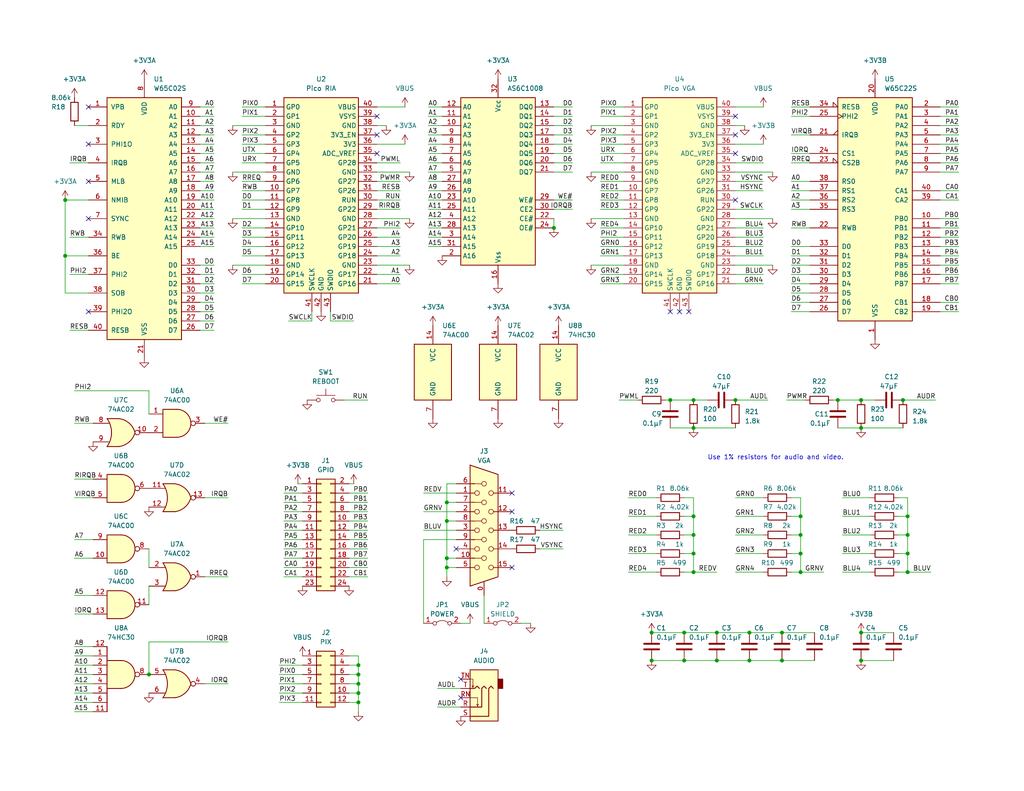
<source format=kicad_sch>
(kicad_sch (version 20230121) (generator eeschema)
  (paper "USLetter")
  (title_block (title "The Picocomputer 6502 by Rumbledethumps") (date "2023-06-07"))
  (lib_symbols
    (symbol "74xx:7400" (pin_names (offset 1.016))
      (property "Reference" "U" (at 0 1.27 0))
      (property "Value" "7400" (at 0 -1.27 0))
      (symbol "7400_1_1"
        (pin input line (at -7.62 2.54 0) (length 3.81) (name "~") (number "1"))
        (pin input line (at -7.62 -2.54 0) (length 3.81) (name "~") (number "2"))
        (pin output inverted (at 7.62 0 180) (length 3.81) (name "~") (number "3"))
      )
      (symbol "7400_1_2"
        (pin input inverted (at -7.62 2.54 0) (length 4.318) (name "~") (number "1"))
        (pin input inverted (at -7.62 -2.54 0) (length 4.318) (name "~") (number "2"))
        (pin output line (at 7.62 0 180) (length 3.81) (name "~") (number "3"))
      )
      (symbol "7400_2_1"
        (pin input line (at -7.62 2.54 0) (length 3.81) (name "~") (number "4"))
        (pin input line (at -7.62 -2.54 0) (length 3.81) (name "~") (number "5"))
        (pin output inverted (at 7.62 0 180) (length 3.81) (name "~") (number "6"))
      )
      (symbol "7400_2_2"
        (pin input inverted (at -7.62 2.54 0) (length 4.318) (name "~") (number "4"))
        (pin input inverted (at -7.62 -2.54 0) (length 4.318) (name "~") (number "5"))
        (pin output line (at 7.62 0 180) (length 3.81) (name "~") (number "6"))
      )
      (symbol "7400_3_1"
        (pin input line (at -7.62 -2.54 0) (length 3.81) (name "~") (number "10"))
        (pin output inverted (at 7.62 0 180) (length 3.81) (name "~") (number "8"))
        (pin input line (at -7.62 2.54 0) (length 3.81) (name "~") (number "9"))
      )
      (symbol "7400_3_2"
        (pin input inverted (at -7.62 -2.54 0) (length 4.318) (name "~") (number "10"))
        (pin output line (at 7.62 0 180) (length 3.81) (name "~") (number "8"))
        (pin input inverted (at -7.62 2.54 0) (length 4.318) (name "~") (number "9"))
      )
      (symbol "7400_4_1"
        (pin output inverted (at 7.62 0 180) (length 3.81) (name "~") (number "11"))
        (pin input line (at -7.62 2.54 0) (length 3.81) (name "~") (number "12"))
        (pin input line (at -7.62 -2.54 0) (length 3.81) (name "~") (number "13"))
      )
      (symbol "7400_4_2"
        (pin output line (at 7.62 0 180) (length 3.81) (name "~") (number "11"))
        (pin input inverted (at -7.62 2.54 0) (length 4.318) (name "~") (number "12"))
        (pin input inverted (at -7.62 -2.54 0) (length 4.318) (name "~") (number "13"))
      )
      (symbol "7400_5_0"
        (pin power_in line (at 0 12.7 270) (length 5.08) (name "VCC") (number "14"))
        (pin power_in line (at 0 -12.7 90) (length 5.08) (name "GND") (number "7"))
      )
    )
    (symbol "74xx:7402" (pin_names (offset 1.016))
      (property "Reference" "U" (at 0 1.27 0))
      (property "Value" "7402" (at 0 -1.27 0))
      (symbol "7402_1_1"
        (pin output inverted (at 7.62 0 180) (length 3.81) (name "~") (number "1"))
        (pin input line (at -7.62 2.54 0) (length 4.318) (name "~") (number "2"))
        (pin input line (at -7.62 -2.54 0) (length 4.318) (name "~") (number "3"))
      )
      (symbol "7402_1_2"
        (pin output line (at 7.62 0 180) (length 3.81) (name "~") (number "1"))
        (pin input inverted (at -7.62 2.54 0) (length 3.81) (name "~") (number "2"))
        (pin input inverted (at -7.62 -2.54 0) (length 3.81) (name "~") (number "3"))
      )
      (symbol "7402_2_1"
        (pin output inverted (at 7.62 0 180) (length 3.81) (name "~") (number "4"))
        (pin input line (at -7.62 2.54 0) (length 4.318) (name "~") (number "5"))
        (pin input line (at -7.62 -2.54 0) (length 4.318) (name "~") (number "6"))
      )
      (symbol "7402_2_2"
        (pin output line (at 7.62 0 180) (length 3.81) (name "~") (number "4"))
        (pin input inverted (at -7.62 2.54 0) (length 3.81) (name "~") (number "5"))
        (pin input inverted (at -7.62 -2.54 0) (length 3.81) (name "~") (number "6"))
      )
      (symbol "7402_3_1"
        (pin output inverted (at 7.62 0 180) (length 3.81) (name "~") (number "10"))
        (pin input line (at -7.62 2.54 0) (length 4.318) (name "~") (number "8"))
        (pin input line (at -7.62 -2.54 0) (length 4.318) (name "~") (number "9"))
      )
      (symbol "7402_3_2"
        (pin output line (at 7.62 0 180) (length 3.81) (name "~") (number "10"))
        (pin input inverted (at -7.62 2.54 0) (length 3.81) (name "~") (number "8"))
        (pin input inverted (at -7.62 -2.54 0) (length 3.81) (name "~") (number "9"))
      )
      (symbol "7402_4_1"
        (pin input line (at -7.62 2.54 0) (length 4.318) (name "~") (number "11"))
        (pin input line (at -7.62 -2.54 0) (length 4.318) (name "~") (number "12"))
        (pin output inverted (at 7.62 0 180) (length 3.81) (name "~") (number "13"))
      )
      (symbol "7402_4_2"
        (pin input inverted (at -7.62 2.54 0) (length 3.81) (name "~") (number "11"))
        (pin input inverted (at -7.62 -2.54 0) (length 3.81) (name "~") (number "12"))
        (pin output line (at 7.62 0 180) (length 3.81) (name "~") (number "13"))
      )
      (symbol "7402_5_0"
        (pin power_in line (at 0 12.7 270) (length 5.08) (name "VCC") (number "14"))
        (pin power_in line (at 0 -12.7 90) (length 5.08) (name "GND") (number "7"))
      )
    )
    (symbol "74xx:74LS30" (pin_names (offset 1.016))
      (property "Reference" "U" (at 0 1.27 0))
      (property "Value" "74LS30" (at 0 -1.27 0))
      (symbol "74LS30_1_1"
        (pin input line (at -7.62 7.62 0) (length 3.81) (name "~") (number "1"))
        (pin input line (at -7.62 -7.62 0) (length 3.81) (name "~") (number "11"))
        (pin input line (at -7.62 -10.16 0) (length 3.81) (name "~") (number "12"))
        (pin input line (at -7.62 5.08 0) (length 3.81) (name "~") (number "2"))
        (pin input line (at -7.62 2.54 0) (length 3.81) (name "~") (number "3"))
        (pin input line (at -7.62 0 0) (length 3.81) (name "~") (number "4"))
        (pin input line (at -7.62 -2.54 0) (length 3.81) (name "~") (number "5"))
        (pin input line (at -7.62 -5.08 0) (length 3.81) (name "~") (number "6"))
        (pin output inverted (at 7.62 0 180) (length 3.81) (name "~") (number "8"))
      )
      (symbol "74LS30_1_2"
        (pin input inverted (at -7.62 7.62 0) (length 3.81) (name "~") (number "1"))
        (pin input inverted (at -7.62 -7.62 0) (length 3.81) (name "~") (number "11"))
        (pin input inverted (at -7.62 -10.16 0) (length 3.81) (name "~") (number "12"))
        (pin input inverted (at -7.62 5.08 0) (length 3.81) (name "~") (number "2"))
        (pin input inverted (at -7.62 2.54 0) (length 4.5466) (name "~") (number "3"))
        (pin input inverted (at -7.62 0 0) (length 5.08) (name "~") (number "4"))
        (pin input inverted (at -7.62 -2.54 0) (length 4.5466) (name "~") (number "5"))
        (pin input inverted (at -7.62 -5.08 0) (length 3.81) (name "~") (number "6"))
        (pin output line (at 7.62 0 180) (length 3.81) (name "~") (number "8"))
      )
      (symbol "74LS30_2_0"
        (pin power_in line (at 0 12.7 270) (length 5.08) (name "VCC") (number "14"))
        (pin power_in line (at 0 -12.7 90) (length 5.08) (name "GND") (number "7"))
      )
    )
    (symbol "Connector:DE15_Receptacle_HighDensity_MountingHoles" (pin_names (offset 1.016) hide)
      (property "Reference" "J" (at 0 21.59 0))
      (property "Value" "DE15_Receptacle_HighDensity_MountingHoles" (at 0 19.05 0))
      (symbol "DE15_Receptacle_HighDensity_MountingHoles_1_1"
        (pin passive line (at 0 -17.78 90) (length 3.81) (name "~") (number "0"))
        (pin passive line (at -7.62 10.16 0) (length 5.08) (name "~") (number "1"))
        (pin passive line (at -7.62 -7.62 0) (length 5.08) (name "~") (number "10"))
        (pin passive line (at 7.62 10.16 180) (length 5.08) (name "~") (number "11"))
        (pin passive line (at 7.62 5.08 180) (length 5.08) (name "~") (number "12"))
        (pin passive line (at 7.62 0 180) (length 5.08) (name "~") (number "13"))
        (pin passive line (at 7.62 -5.08 180) (length 5.08) (name "~") (number "14"))
        (pin passive line (at 7.62 -10.16 180) (length 5.08) (name "~") (number "15"))
        (pin passive line (at -7.62 5.08 0) (length 5.08) (name "~") (number "2"))
        (pin passive line (at -7.62 0 0) (length 5.08) (name "~") (number "3"))
        (pin passive line (at -7.62 -5.08 0) (length 5.08) (name "~") (number "4"))
        (pin passive line (at -7.62 -10.16 0) (length 5.08) (name "~") (number "5"))
        (pin passive line (at -7.62 12.7 0) (length 5.08) (name "~") (number "6"))
        (pin passive line (at -7.62 7.62 0) (length 5.08) (name "~") (number "7"))
        (pin passive line (at -7.62 2.54 0) (length 5.08) (name "~") (number "8"))
        (pin passive line (at -7.62 -2.54 0) (length 5.08) (name "~") (number "9"))
      )
    )
    (symbol "Connector_Audio:AudioJack3_SwitchTR"
      (property "Reference" "J" (at 0 8.89 0))
      (property "Value" "AudioJack3_SwitchTR" (at 0 6.35 0))
      (symbol "AudioJack3_SwitchTR_1_1"
        (pin passive line (at 5.08 0 180) (length 2.54) (name "~") (number "R"))
        (pin passive line (at 5.08 -2.54 180) (length 2.54) (name "~") (number "RN"))
        (pin passive line (at 5.08 2.54 180) (length 2.54) (name "~") (number "S"))
        (pin passive line (at 5.08 -5.08 180) (length 2.54) (name "~") (number "T"))
        (pin passive line (at 5.08 -7.62 180) (length 2.54) (name "~") (number "TN"))
      )
    )
    (symbol "Connector_Generic:Conn_02x06_Odd_Even" (pin_names (offset 1.016) hide)
      (property "Reference" "J" (at 1.27 7.62 0))
      (property "Value" "Conn_02x06_Odd_Even" (at 1.27 -10.16 0))
      (symbol "Conn_02x06_Odd_Even_1_1"
        (pin passive line (at -5.08 5.08 0) (length 3.81) (name "Pin_1") (number "1"))
        (pin passive line (at 7.62 -5.08 180) (length 3.81) (name "Pin_10") (number "10"))
        (pin passive line (at -5.08 -7.62 0) (length 3.81) (name "Pin_11") (number "11"))
        (pin passive line (at 7.62 -7.62 180) (length 3.81) (name "Pin_12") (number "12"))
        (pin passive line (at 7.62 5.08 180) (length 3.81) (name "Pin_2") (number "2"))
        (pin passive line (at -5.08 2.54 0) (length 3.81) (name "Pin_3") (number "3"))
        (pin passive line (at 7.62 2.54 180) (length 3.81) (name "Pin_4") (number "4"))
        (pin passive line (at -5.08 0 0) (length 3.81) (name "Pin_5") (number "5"))
        (pin passive line (at 7.62 0 180) (length 3.81) (name "Pin_6") (number "6"))
        (pin passive line (at -5.08 -2.54 0) (length 3.81) (name "Pin_7") (number "7"))
        (pin passive line (at 7.62 -2.54 180) (length 3.81) (name "Pin_8") (number "8"))
        (pin passive line (at -5.08 -5.08 0) (length 3.81) (name "Pin_9") (number "9"))
      )
    )
    (symbol "Connector_Generic:Conn_02x12_Odd_Even" (pin_names (offset 1.016) hide)
      (property "Reference" "J" (at 1.27 15.24 0))
      (property "Value" "Conn_02x12_Odd_Even" (at 1.27 -17.78 0))
      (symbol "Conn_02x12_Odd_Even_1_1"
        (pin passive line (at -5.08 12.7 0) (length 3.81) (name "Pin_1") (number "1"))
        (pin passive line (at 7.62 2.54 180) (length 3.81) (name "Pin_10") (number "10"))
        (pin passive line (at -5.08 0 0) (length 3.81) (name "Pin_11") (number "11"))
        (pin passive line (at 7.62 0 180) (length 3.81) (name "Pin_12") (number "12"))
        (pin passive line (at -5.08 -2.54 0) (length 3.81) (name "Pin_13") (number "13"))
        (pin passive line (at 7.62 -2.54 180) (length 3.81) (name "Pin_14") (number "14"))
        (pin passive line (at -5.08 -5.08 0) (length 3.81) (name "Pin_15") (number "15"))
        (pin passive line (at 7.62 -5.08 180) (length 3.81) (name "Pin_16") (number "16"))
        (pin passive line (at -5.08 -7.62 0) (length 3.81) (name "Pin_17") (number "17"))
        (pin passive line (at 7.62 -7.62 180) (length 3.81) (name "Pin_18") (number "18"))
        (pin passive line (at -5.08 -10.16 0) (length 3.81) (name "Pin_19") (number "19"))
        (pin passive line (at 7.62 12.7 180) (length 3.81) (name "Pin_2") (number "2"))
        (pin passive line (at 7.62 -10.16 180) (length 3.81) (name "Pin_20") (number "20"))
        (pin passive line (at -5.08 -12.7 0) (length 3.81) (name "Pin_21") (number "21"))
        (pin passive line (at 7.62 -12.7 180) (length 3.81) (name "Pin_22") (number "22"))
        (pin passive line (at -5.08 -15.24 0) (length 3.81) (name "Pin_23") (number "23"))
        (pin passive line (at 7.62 -15.24 180) (length 3.81) (name "Pin_24") (number "24"))
        (pin passive line (at -5.08 10.16 0) (length 3.81) (name "Pin_3") (number "3"))
        (pin passive line (at 7.62 10.16 180) (length 3.81) (name "Pin_4") (number "4"))
        (pin passive line (at -5.08 7.62 0) (length 3.81) (name "Pin_5") (number "5"))
        (pin passive line (at 7.62 7.62 180) (length 3.81) (name "Pin_6") (number "6"))
        (pin passive line (at -5.08 5.08 0) (length 3.81) (name "Pin_7") (number "7"))
        (pin passive line (at 7.62 5.08 180) (length 3.81) (name "Pin_8") (number "8"))
        (pin passive line (at -5.08 2.54 0) (length 3.81) (name "Pin_9") (number "9"))
      )
    )
    (symbol "Device:C" (pin_numbers hide) (pin_names (offset 0.254))
      (property "Reference" "C" (at 0.635 2.54 0))
      (property "Value" "C" (at 0.635 -2.54 0))
      (symbol "C_1_1"
        (pin passive line (at 0 3.81 270) (length 2.794) (name "~") (number "1"))
        (pin passive line (at 0 -3.81 90) (length 2.794) (name "~") (number "2"))
      )
    )
    (symbol "Device:R" (pin_numbers hide) (pin_names (offset 0))
      (property "Reference" "R" (at 2.032 0 90))
      (property "Value" "R" (at 0 0 90))
      (symbol "R_1_1"
        (pin passive line (at 0 3.81 270) (length 1.27) (name "~") (number "1"))
        (pin passive line (at 0 -3.81 90) (length 1.27) (name "~") (number "2"))
      )
    )
    (symbol "Jumper:Jumper_2_Bridged" (pin_names (offset 0) hide)
      (property "Reference" "JP" (at 0 1.905 0))
      (property "Value" "Jumper_2_Bridged" (at 0 -2.54 0))
      (symbol "Jumper_2_Bridged_1_1"
        (pin passive line (at -5.08 0 0) (length 2.54) (name "A") (number "1"))
        (pin passive line (at 5.08 0 180) (length 2.54) (name "B") (number "2"))
      )
    )
    (symbol "Pi_Pico_1"
      (property "Reference" "U2" (at 0 31.75 0))
      (property "Value" "Pico RIA" (at 0 29.21 0))
      (symbol "Pi_Pico_1_1_1"
        (pin bidirectional line (at -15.24 24.13 0) (length 5.08) (name "GP0") (number "1"))
        (pin bidirectional line (at -15.24 1.27 0) (length 5.08) (name "GP7") (number "10"))
        (pin bidirectional line (at -15.24 -1.27 0) (length 5.08) (name "GP8") (number "11"))
        (pin bidirectional line (at -15.24 -3.81 0) (length 5.08) (name "GP9") (number "12"))
        (pin power_in line (at -15.24 -6.35 0) (length 5.08) (name "GND") (number "13"))
        (pin bidirectional line (at -15.24 -8.89 0) (length 5.08) (name "GP10") (number "14"))
        (pin bidirectional line (at -15.24 -11.43 0) (length 5.08) (name "GP11") (number "15"))
        (pin bidirectional line (at -15.24 -13.97 0) (length 5.08) (name "GP12") (number "16"))
        (pin bidirectional line (at -15.24 -16.51 0) (length 5.08) (name "GP13") (number "17"))
        (pin power_in line (at -15.24 -19.05 0) (length 5.08) (name "GND") (number "18"))
        (pin bidirectional line (at -15.24 -21.59 0) (length 5.08) (name "GP14") (number "19"))
        (pin bidirectional line (at -15.24 21.59 0) (length 5.08) (name "GP1") (number "2"))
        (pin bidirectional line (at -15.24 -24.13 0) (length 5.08) (name "GP15") (number "20"))
        (pin bidirectional line (at 15.24 -24.13 180) (length 5.08) (name "GP16") (number "21"))
        (pin bidirectional line (at 15.24 -21.59 180) (length 5.08) (name "GP17") (number "22"))
        (pin power_in line (at 15.24 -19.05 180) (length 5.08) (name "GND") (number "23"))
        (pin bidirectional line (at 15.24 -16.51 180) (length 5.08) (name "GP18") (number "24"))
        (pin bidirectional line (at 15.24 -13.97 180) (length 5.08) (name "GP19") (number "25"))
        (pin bidirectional line (at 15.24 -11.43 180) (length 5.08) (name "GP20") (number "26"))
        (pin bidirectional line (at 15.24 -8.89 180) (length 5.08) (name "GP21") (number "27"))
        (pin power_in line (at 15.24 -6.35 180) (length 5.08) (name "GND") (number "28"))
        (pin bidirectional line (at 15.24 -3.81 180) (length 5.08) (name "GP22") (number "29"))
        (pin power_in line (at -15.24 19.05 0) (length 5.08) (name "GND") (number "3"))
        (pin input line (at 15.24 -1.27 180) (length 5.08) (name "RUN") (number "30"))
        (pin bidirectional line (at 15.24 1.27 180) (length 5.08) (name "GP26") (number "31"))
        (pin bidirectional line (at 15.24 3.81 180) (length 5.08) (name "GP27") (number "32"))
        (pin power_in line (at 15.24 6.35 180) (length 5.08) (name "GND") (number "33"))
        (pin bidirectional line (at 15.24 8.89 180) (length 5.08) (name "GP28") (number "34"))
        (pin power_in line (at 15.24 11.43 180) (length 5.08) (name "ADC_VREF") (number "35"))
        (pin power_out line (at 15.24 13.97 180) (length 5.08) (name "3V3") (number "36"))
        (pin input line (at 15.24 16.51 180) (length 5.08) (name "3V3_EN") (number "37"))
        (pin power_in line (at 15.24 19.05 180) (length 5.08) (name "GND") (number "38"))
        (pin power_in line (at 15.24 21.59 180) (length 5.08) (name "VSYS") (number "39"))
        (pin bidirectional line (at -15.24 16.51 0) (length 5.08) (name "GP2") (number "4"))
        (pin power_in line (at 15.24 24.13 180) (length 5.08) (name "VBUS") (number "40"))
        (pin input line (at -2.54 -31.75 90) (length 5.08) (name "SWCLK") (number "41"))
        (pin power_in line (at 0 -31.75 90) (length 5.08) (name "GND") (number "42"))
        (pin bidirectional line (at 2.54 -31.75 90) (length 5.08) (name "SWDIO") (number "43"))
        (pin bidirectional line (at -15.24 13.97 0) (length 5.08) (name "GP3") (number "5"))
        (pin bidirectional line (at -15.24 11.43 0) (length 5.08) (name "GP4") (number "6"))
        (pin bidirectional line (at -15.24 8.89 0) (length 5.08) (name "GP5") (number "7"))
        (pin power_in line (at -15.24 6.35 0) (length 5.08) (name "GND") (number "8"))
        (pin bidirectional line (at -15.24 3.81 0) (length 5.08) (name "GP6") (number "9"))
      )
    )
    (symbol "RP6502:+3V3A" (power) (pin_names (offset 0))
      (property "Value" "+3V3A" (at 0 5.08 0))
      (symbol "+3V3A_1_1"
        (pin power_in line (at 0 0 90) (length 0) hide (name "+3V3A") (number "1"))
      )
    )
    (symbol "RP6502:+3V3B" (power) (pin_names (offset 0))
      (property "Value" "+3V3B" (at 0 5.08 0))
      (symbol "+3V3B_1_1"
        (pin power_in line (at 0 0 90) (length 0) hide (name "+3V3B") (number "1"))
      )
    )
    (symbol "RP6502:74HC30" (pin_names (offset 1.016))
      (property "Reference" "U8" (at 0 12.7 0))
      (property "Value" "74HC30" (at 0 10.16 0))
      (symbol "74HC30_1_1"
        (pin input line (at -7.62 5.08 0) (length 3.81) (name "~") (number "1"))
        (pin no_connect line (at 7.62 -7.62 180) (length 2.54) hide (name "NC") (number "10"))
        (pin input line (at -7.62 -10.16 0) (length 3.81) (name "~") (number "11"))
        (pin input line (at -7.62 7.62 0) (length 3.81) (name "~") (number "12"))
        (pin no_connect line (at 7.62 -10.16 180) (length 2.54) hide (name "NC") (number "13"))
        (pin input line (at -7.62 2.54 0) (length 3.81) (name "~") (number "2"))
        (pin input line (at -7.62 0 0) (length 3.81) (name "~") (number "3"))
        (pin input line (at -7.62 -2.54 0) (length 3.81) (name "~") (number "4"))
        (pin input line (at -7.62 -5.08 0) (length 3.81) (name "~") (number "5"))
        (pin input line (at -7.62 -7.62 0) (length 3.81) (name "~") (number "6"))
        (pin output inverted (at 7.62 0 180) (length 3.81) (name "~") (number "8"))
        (pin no_connect line (at 7.62 -5.08 180) (length 2.54) hide (name "NC") (number "9"))
      )
      (symbol "74HC30_1_2"
        (pin input inverted (at -7.62 7.62 0) (length 3.81) (name "~") (number "1"))
        (pin input inverted (at -7.62 -7.62 0) (length 3.81) (name "~") (number "11"))
        (pin input inverted (at -7.62 -10.16 0) (length 3.81) (name "~") (number "12"))
        (pin input inverted (at -7.62 5.08 0) (length 3.81) (name "~") (number "2"))
        (pin input inverted (at -7.62 2.54 0) (length 4.5466) (name "~") (number "3"))
        (pin input inverted (at -7.62 0 0) (length 5.08) (name "~") (number "4"))
        (pin input inverted (at -7.62 -2.54 0) (length 4.5466) (name "~") (number "5"))
        (pin input inverted (at -7.62 -5.08 0) (length 3.81) (name "~") (number "6"))
        (pin output line (at 7.62 0 180) (length 3.81) (name "~") (number "8"))
      )
      (symbol "74HC30_2_0"
        (pin power_in line (at 0 12.7 270) (length 5.08) (name "VCC") (number "14"))
        (pin power_in line (at 0 -12.7 90) (length 5.08) (name "GND") (number "7"))
      )
    )
    (symbol "RP6502:AS6C1008"
      (property "Reference" "U3" (at 2.54 27.94 0))
      (property "Value" "AS6C1008" (at 2.54 25.4 0))
      (symbol "AS6C1008_0_0"
        (pin power_in line (at 0 -27.94 90) (length 5.08) (name "Vss") (number "16"))
        (pin power_in line (at 0 27.94 270) (length 5.08) (name "Vcc") (number "32"))
      )
      (symbol "AS6C1008_1_1"
        (pin no_connect line (at 10.16 -20.32 180) (length 5.08) hide (name "NC") (number "1"))
        (pin input line (at -15.24 15.24 0) (length 5.08) (name "A2") (number "10"))
        (pin input line (at -15.24 17.78 0) (length 5.08) (name "A1") (number "11"))
        (pin input line (at -15.24 20.32 0) (length 5.08) (name "A0") (number "12"))
        (pin tri_state line (at 15.24 20.32 180) (length 5.08) (name "DQ0") (number "13"))
        (pin tri_state line (at 15.24 17.78 180) (length 5.08) (name "DQ1") (number "14"))
        (pin tri_state line (at 15.24 15.24 180) (length 5.08) (name "DQ2") (number "15"))
        (pin tri_state line (at 15.24 12.7 180) (length 5.08) (name "DQ3") (number "17"))
        (pin tri_state line (at 15.24 10.16 180) (length 5.08) (name "DQ4") (number "18"))
        (pin tri_state line (at 15.24 7.62 180) (length 5.08) (name "DQ5") (number "19"))
        (pin input line (at -15.24 -20.32 0) (length 5.08) (name "A16") (number "2"))
        (pin tri_state line (at 15.24 5.08 180) (length 5.08) (name "DQ6") (number "20"))
        (pin tri_state line (at 15.24 2.54 180) (length 5.08) (name "DQ7") (number "21"))
        (pin input line (at 15.24 -10.16 180) (length 5.08) (name "CE#") (number "22"))
        (pin input line (at -15.24 -5.08 0) (length 5.08) (name "A10") (number "23"))
        (pin input line (at 15.24 -12.7 180) (length 5.08) (name "OE#") (number "24"))
        (pin input line (at -15.24 -7.62 0) (length 5.08) (name "A11") (number "25"))
        (pin input line (at -15.24 -2.54 0) (length 5.08) (name "A9") (number "26"))
        (pin input line (at -15.24 0 0) (length 5.08) (name "A8") (number "27"))
        (pin input line (at -15.24 -12.7 0) (length 5.08) (name "A13") (number "28"))
        (pin input line (at 15.24 -5.08 180) (length 5.08) (name "WE#") (number "29"))
        (pin input line (at -15.24 -15.24 0) (length 5.08) (name "A14") (number "3"))
        (pin input line (at 15.24 -7.62 180) (length 5.08) (name "CE2") (number "30"))
        (pin input line (at -15.24 -17.78 0) (length 5.08) (name "A15") (number "31"))
        (pin input line (at -15.24 -10.16 0) (length 5.08) (name "A12") (number "4"))
        (pin input line (at -15.24 2.54 0) (length 5.08) (name "A7") (number "5"))
        (pin input line (at -15.24 5.08 0) (length 5.08) (name "A6") (number "6"))
        (pin input line (at -15.24 7.62 0) (length 5.08) (name "A5") (number "7"))
        (pin input line (at -15.24 10.16 0) (length 5.08) (name "A4") (number "8"))
        (pin input line (at -15.24 12.7 0) (length 5.08) (name "A3") (number "9"))
      )
    )
    (symbol "RP6502:Pi_Pico"
      (property "Reference" "U2" (at 0 31.75 0))
      (property "Value" "Pico RIA" (at 0 29.21 0))
      (symbol "Pi_Pico_1_1"
        (pin bidirectional line (at -15.24 24.13 0) (length 5.08) (name "GP0") (number "1"))
        (pin bidirectional line (at -15.24 1.27 0) (length 5.08) (name "GP7") (number "10"))
        (pin bidirectional line (at -15.24 -1.27 0) (length 5.08) (name "GP8") (number "11"))
        (pin bidirectional line (at -15.24 -3.81 0) (length 5.08) (name "GP9") (number "12"))
        (pin power_in line (at -15.24 -6.35 0) (length 5.08) (name "GND") (number "13"))
        (pin bidirectional line (at -15.24 -8.89 0) (length 5.08) (name "GP10") (number "14"))
        (pin bidirectional line (at -15.24 -11.43 0) (length 5.08) (name "GP11") (number "15"))
        (pin bidirectional line (at -15.24 -13.97 0) (length 5.08) (name "GP12") (number "16"))
        (pin bidirectional line (at -15.24 -16.51 0) (length 5.08) (name "GP13") (number "17"))
        (pin power_in line (at -15.24 -19.05 0) (length 5.08) (name "GND") (number "18"))
        (pin bidirectional line (at -15.24 -21.59 0) (length 5.08) (name "GP14") (number "19"))
        (pin bidirectional line (at -15.24 21.59 0) (length 5.08) (name "GP1") (number "2"))
        (pin bidirectional line (at -15.24 -24.13 0) (length 5.08) (name "GP15") (number "20"))
        (pin bidirectional line (at 15.24 -24.13 180) (length 5.08) (name "GP16") (number "21"))
        (pin bidirectional line (at 15.24 -21.59 180) (length 5.08) (name "GP17") (number "22"))
        (pin power_in line (at 15.24 -19.05 180) (length 5.08) (name "GND") (number "23"))
        (pin bidirectional line (at 15.24 -16.51 180) (length 5.08) (name "GP18") (number "24"))
        (pin bidirectional line (at 15.24 -13.97 180) (length 5.08) (name "GP19") (number "25"))
        (pin bidirectional line (at 15.24 -11.43 180) (length 5.08) (name "GP20") (number "26"))
        (pin bidirectional line (at 15.24 -8.89 180) (length 5.08) (name "GP21") (number "27"))
        (pin power_in line (at 15.24 -6.35 180) (length 5.08) (name "GND") (number "28"))
        (pin bidirectional line (at 15.24 -3.81 180) (length 5.08) (name "GP22") (number "29"))
        (pin power_in line (at -15.24 19.05 0) (length 5.08) (name "GND") (number "3"))
        (pin input line (at 15.24 -1.27 180) (length 5.08) (name "RUN") (number "30"))
        (pin bidirectional line (at 15.24 1.27 180) (length 5.08) (name "GP26") (number "31"))
        (pin bidirectional line (at 15.24 3.81 180) (length 5.08) (name "GP27") (number "32"))
        (pin power_in line (at 15.24 6.35 180) (length 5.08) (name "GND") (number "33"))
        (pin bidirectional line (at 15.24 8.89 180) (length 5.08) (name "GP28") (number "34"))
        (pin power_in line (at 15.24 11.43 180) (length 5.08) (name "ADC_VREF") (number "35"))
        (pin power_out line (at 15.24 13.97 180) (length 5.08) (name "3V3") (number "36"))
        (pin input line (at 15.24 16.51 180) (length 5.08) (name "3V3_EN") (number "37"))
        (pin power_in line (at 15.24 19.05 180) (length 5.08) (name "GND") (number "38"))
        (pin power_in line (at 15.24 21.59 180) (length 5.08) (name "VSYS") (number "39"))
        (pin bidirectional line (at -15.24 16.51 0) (length 5.08) (name "GP2") (number "4"))
        (pin power_in line (at 15.24 24.13 180) (length 5.08) (name "VBUS") (number "40"))
        (pin input line (at -2.54 -31.75 90) (length 5.08) (name "SWCLK") (number "41"))
        (pin power_in line (at 0 -31.75 90) (length 5.08) (name "GND") (number "42"))
        (pin bidirectional line (at 2.54 -31.75 90) (length 5.08) (name "SWDIO") (number "43"))
        (pin bidirectional line (at -15.24 13.97 0) (length 5.08) (name "GP3") (number "5"))
        (pin bidirectional line (at -15.24 11.43 0) (length 5.08) (name "GP4") (number "6"))
        (pin bidirectional line (at -15.24 8.89 0) (length 5.08) (name "GP5") (number "7"))
        (pin power_in line (at -15.24 6.35 0) (length 5.08) (name "GND") (number "8"))
        (pin bidirectional line (at -15.24 3.81 0) (length 5.08) (name "GP6") (number "9"))
      )
    )
    (symbol "RP6502:W65C02S" (pin_names (offset 1.016))
      (property "Reference" "U1" (at 2.54 38.1 0))
      (property "Value" "W65C02S" (at 2.54 35.56 0))
      (symbol "W65C02S_1_1"
        (pin input line (at -15.24 30.48 0) (length 5.08) (name "VPB") (number "1"))
        (pin output line (at 15.24 27.94 180) (length 5.08) (name "A1") (number "10"))
        (pin output line (at 15.24 25.4 180) (length 5.08) (name "A2") (number "11"))
        (pin output line (at 15.24 22.86 180) (length 5.08) (name "A3") (number "12"))
        (pin output line (at 15.24 20.32 180) (length 5.08) (name "A4") (number "13"))
        (pin output line (at 15.24 17.78 180) (length 5.08) (name "A5") (number "14"))
        (pin output line (at 15.24 15.24 180) (length 5.08) (name "A6") (number "15"))
        (pin output line (at 15.24 12.7 180) (length 5.08) (name "A7") (number "16"))
        (pin output line (at 15.24 10.16 180) (length 5.08) (name "A8") (number "17"))
        (pin output line (at 15.24 7.62 180) (length 5.08) (name "A9") (number "18"))
        (pin output line (at 15.24 5.08 180) (length 5.08) (name "A10") (number "19"))
        (pin input line (at -15.24 25.4 0) (length 5.08) (name "RDY") (number "2"))
        (pin output line (at 15.24 2.54 180) (length 5.08) (name "A11") (number "20"))
        (pin power_in line (at 0 -38.1 90) (length 5.08) (name "VSS") (number "21"))
        (pin output line (at 15.24 0 180) (length 5.08) (name "A12") (number "22"))
        (pin output line (at 15.24 -2.54 180) (length 5.08) (name "A13") (number "23"))
        (pin output line (at 15.24 -5.08 180) (length 5.08) (name "A14") (number "24"))
        (pin output line (at 15.24 -7.62 180) (length 5.08) (name "A15") (number "25"))
        (pin bidirectional line (at 15.24 -30.48 180) (length 5.08) (name "D7") (number "26"))
        (pin bidirectional line (at 15.24 -27.94 180) (length 5.08) (name "D6") (number "27"))
        (pin bidirectional line (at 15.24 -25.4 180) (length 5.08) (name "D5") (number "28"))
        (pin bidirectional line (at 15.24 -22.86 180) (length 5.08) (name "D4") (number "29"))
        (pin output line (at -15.24 20.32 0) (length 5.08) (name "PHI1O") (number "3"))
        (pin bidirectional line (at 15.24 -20.32 180) (length 5.08) (name "D3") (number "30"))
        (pin bidirectional line (at 15.24 -17.78 180) (length 5.08) (name "D2") (number "31"))
        (pin bidirectional line (at 15.24 -15.24 180) (length 5.08) (name "D1") (number "32"))
        (pin bidirectional line (at 15.24 -12.7 180) (length 5.08) (name "D0") (number "33"))
        (pin output line (at -15.24 -5.08 0) (length 5.08) (name "RWB") (number "34"))
        (pin no_connect non_logic (at -2.54 -38.1 90) (length 5.08) hide (name "nc") (number "35"))
        (pin input line (at -15.24 -10.16 0) (length 5.08) (name "BE") (number "36"))
        (pin input line (at -15.24 -15.24 0) (length 5.08) (name "PHI2") (number "37"))
        (pin input line (at -15.24 -20.32 0) (length 5.08) (name "SOB") (number "38"))
        (pin output line (at -15.24 -25.4 0) (length 5.08) (name "PHI2O") (number "39"))
        (pin input line (at -15.24 15.24 0) (length 5.08) (name "IRQB") (number "4"))
        (pin input line (at -15.24 -30.48 0) (length 5.08) (name "RESB") (number "40"))
        (pin output line (at -15.24 10.16 0) (length 5.08) (name "MLB") (number "5"))
        (pin input line (at -15.24 5.08 0) (length 5.08) (name "NMIB") (number "6"))
        (pin output line (at -15.24 0 0) (length 5.08) (name "SYNC") (number "7"))
        (pin power_in line (at 0 38.1 270) (length 5.08) (name "VDD") (number "8"))
        (pin output line (at 15.24 30.48 180) (length 5.08) (name "A0") (number "9"))
      )
    )
    (symbol "RP6502:W65C22S" (pin_names (offset 1.016))
      (property "Reference" "U5" (at 2.54 35.56 0))
      (property "Value" "W65C22S" (at 2.54 33.02 0))
      (symbol "W65C22S_1_1"
        (pin power_in line (at 0 -35.56 90) (length 5.08) (name "VSS") (number "1"))
        (pin bidirectional line (at 17.78 -2.54 180) (length 7.62) (name "PB0") (number "10"))
        (pin bidirectional line (at 17.78 -5.08 180) (length 7.62) (name "PB1") (number "11"))
        (pin bidirectional line (at 17.78 -7.62 180) (length 7.62) (name "PB2") (number "12"))
        (pin bidirectional line (at 17.78 -10.16 180) (length 7.62) (name "PB3") (number "13"))
        (pin bidirectional line (at 17.78 -12.7 180) (length 7.62) (name "PB4") (number "14"))
        (pin bidirectional line (at 17.78 -15.24 180) (length 7.62) (name "PB5") (number "15"))
        (pin bidirectional line (at 17.78 -17.78 180) (length 7.62) (name "PB6") (number "16"))
        (pin bidirectional line (at 17.78 -20.32 180) (length 7.62) (name "PB7") (number "17"))
        (pin input line (at 17.78 -25.4 180) (length 7.62) (name "CB1") (number "18"))
        (pin bidirectional line (at 17.78 -27.94 180) (length 7.62) (name "CB2") (number "19"))
        (pin bidirectional line (at 17.78 27.94 180) (length 7.62) (name "PA0") (number "2"))
        (pin power_in line (at 0 35.56 270) (length 5.08) (name "VDD") (number "20"))
        (pin output output_low (at -17.78 20.32 0) (length 7.62) (name "IRQB") (number "21"))
        (pin input line (at -17.78 -5.08 0) (length 7.62) (name "RWB") (number "22"))
        (pin input input_low (at -17.78 12.7 0) (length 7.62) (name "CS2B") (number "23"))
        (pin input line (at -17.78 15.24 0) (length 7.62) (name "CS1") (number "24"))
        (pin input clock (at -17.78 25.4 0) (length 7.62) (name "PHI2") (number "25"))
        (pin bidirectional line (at -17.78 -27.94 0) (length 7.62) (name "D7") (number "26"))
        (pin bidirectional line (at -17.78 -25.4 0) (length 7.62) (name "D6") (number "27"))
        (pin bidirectional line (at -17.78 -22.86 0) (length 7.62) (name "D5") (number "28"))
        (pin bidirectional line (at -17.78 -20.32 0) (length 7.62) (name "D4") (number "29"))
        (pin bidirectional line (at 17.78 25.4 180) (length 7.62) (name "PA1") (number "3"))
        (pin bidirectional line (at -17.78 -17.78 0) (length 7.62) (name "D3") (number "30"))
        (pin bidirectional line (at -17.78 -15.24 0) (length 7.62) (name "D2") (number "31"))
        (pin bidirectional line (at -17.78 -12.7 0) (length 7.62) (name "D1") (number "32"))
        (pin bidirectional line (at -17.78 -10.16 0) (length 7.62) (name "D0") (number "33"))
        (pin input input_low (at -17.78 27.94 0) (length 7.62) (name "RESB") (number "34"))
        (pin input line (at -17.78 0 0) (length 7.62) (name "RS3") (number "35"))
        (pin input line (at -17.78 2.54 0) (length 7.62) (name "RS2") (number "36"))
        (pin input line (at -17.78 5.08 0) (length 7.62) (name "RS1") (number "37"))
        (pin input line (at -17.78 7.62 0) (length 7.62) (name "RS0") (number "38"))
        (pin bidirectional line (at 17.78 2.54 180) (length 7.62) (name "CA2") (number "39"))
        (pin bidirectional line (at 17.78 22.86 180) (length 7.62) (name "PA2") (number "4"))
        (pin input line (at 17.78 5.08 180) (length 7.62) (name "CA1") (number "40"))
        (pin bidirectional line (at 17.78 20.32 180) (length 7.62) (name "PA3") (number "5"))
        (pin bidirectional line (at 17.78 17.78 180) (length 7.62) (name "PA4") (number "6"))
        (pin bidirectional line (at 17.78 15.24 180) (length 7.62) (name "PA5") (number "7"))
        (pin bidirectional line (at 17.78 12.7 180) (length 7.62) (name "PA6") (number "8"))
        (pin bidirectional line (at 17.78 10.16 180) (length 7.62) (name "PA7") (number "9"))
      )
    )
    (symbol "Switch:SW_Push" (pin_numbers hide) (pin_names (offset 1.016) hide)
      (property "Reference" "SW" (at 1.27 2.54 0))
      (property "Value" "SW_Push" (at 0 -1.524 0))
      (symbol "SW_Push_0_1"
        (pin passive line (at -5.08 0 0) (length 2.54) (name "1") (number "1"))
        (pin passive line (at 5.08 0 180) (length 2.54) (name "2") (number "2"))
      )
    )
    (symbol "power:GND" (power) (pin_names (offset 0))
      (property "Value" "GND" (at 0 -3.81 0))
      (symbol "GND_1_1"
        (pin power_in line (at 0 0 270) (length 0) hide (name "GND") (number "1"))
      )
    )
    (symbol "power:PWR_FLAG" (power) (pin_numbers hide) (pin_names (offset 0) hide)
      (property "Value" "PWR_FLAG" (at 0 3.81 0))
      (symbol "PWR_FLAG_0_0"
        (pin power_out line (at 0 0 90) (length 0) (name "pwr") (number "1"))
      )
    )
    (symbol "power:VBUS" (power) (pin_names (offset 0))
      (property "Value" "VBUS" (at 0 3.81 0))
      (symbol "VBUS_1_1"
        (pin power_in line (at 0 0 90) (length 0) hide (name "VBUS") (number "1"))
      )
    )
  )
  (junction (at 247.65 151.13))
  (junction (at 234.95 116.84))
  (junction (at 234.95 172.72))
  (junction (at 177.8 180.34))
  (junction (at 97.79 189.23))
  (junction (at 234.95 109.22))
  (junction (at 151.13 62.23))
  (junction (at 246.38 109.22))
  (junction (at 97.79 191.77))
  (junction (at 97.79 186.69))
  (junction (at 247.65 146.05))
  (junction (at 247.65 140.97))
  (junction (at 218.44 146.05))
  (junction (at 218.44 151.13))
  (junction (at 218.44 156.21))
  (junction (at 228.6 109.22))
  (junction (at 195.58 180.34))
  (junction (at 97.79 184.15))
  (junction (at 186.69 180.34))
  (junction (at 204.47 180.34))
  (junction (at 186.69 172.72))
  (junction (at 204.47 172.72))
  (junction (at 17.78 69.85))
  (junction (at 97.79 181.61))
  (junction (at 121.92 152.4))
  (junction (at 121.92 142.24))
  (junction (at 200.66 109.22))
  (junction (at 40.64 184.15))
  (junction (at 189.23 140.97))
  (junction (at 189.23 151.13))
  (junction (at 213.36 172.72))
  (junction (at 189.23 116.84))
  (junction (at 121.92 137.16))
  (junction (at 195.58 172.72))
  (junction (at 218.44 140.97))
  (junction (at 189.23 109.22))
  (junction (at 189.23 146.05))
  (junction (at 177.8 172.72))
  (junction (at 17.78 54.61))
  (junction (at 213.36 180.34))
  (junction (at 247.65 156.21))
  (junction (at 234.95 180.34))
  (junction (at 189.23 156.21))
  (junction (at 182.88 109.22))
  (junction (at 121.92 154.94))
  (no_connect (at 124.46 149.86))
  (no_connect (at 139.7 154.94))
  (no_connect (at 139.7 134.62))
  (no_connect (at 139.7 139.7))
  (no_connect (at 125.73 190.5))
  (no_connect (at 24.13 59.69))
  (no_connect (at 24.13 85.09))
  (no_connect (at 24.13 29.21))
  (no_connect (at 24.13 39.37))
  (no_connect (at 24.13 49.53))
  (no_connect (at 125.73 185.42))
  (no_connect (at 102.87 36.83))
  (no_connect (at 102.87 31.75))
  (no_connect (at 102.87 41.91))
  (no_connect (at 200.66 54.61))
  (no_connect (at 200.66 31.75))
  (no_connect (at 200.66 36.83))
  (no_connect (at 200.66 41.91))
  (no_connect (at 187.96 85.09))
  (no_connect (at 185.42 85.09))
  (no_connect (at 182.88 85.09))
  (wire (pts (xy 245.11 156.21) (xy 247.65 156.21)))
  (wire (pts (xy 121.92 132.08) (xy 121.92 137.16)))
  (wire (pts (xy 200.66 77.47) (xy 208.28 77.47)))
  (wire (pts (xy 19.05 44.45) (xy 24.13 44.45)))
  (wire (pts (xy 170.18 77.47) (xy 163.83 77.47)))
  (wire (pts (xy 40.64 113.03) (xy 40.64 106.68)))
  (wire (pts (xy 72.39 36.83) (xy 66.04 36.83)))
  (wire (pts (xy 102.87 52.07) (xy 109.22 52.07)))
  (wire (pts (xy 100.33 152.4) (xy 95.25 152.4)))
  (wire (pts (xy 208.28 49.53) (xy 200.66 49.53)))
  (wire (pts (xy 121.92 154.94) (xy 124.46 154.94)))
  (wire (pts (xy 109.22 67.31) (xy 102.87 67.31)))
  (wire (pts (xy 186.69 172.72) (xy 195.58 172.72)))
  (wire (pts (xy 189.23 140.97) (xy 189.23 146.05)))
  (wire (pts (xy 63.5 46.99) (xy 72.39 46.99)))
  (wire (pts (xy 261.62 64.77) (xy 256.54 64.77)))
  (wire (pts (xy 82.55 189.23) (xy 76.2 189.23)))
  (wire (pts (xy 58.42 34.29) (xy 54.61 34.29)))
  (wire (pts (xy 58.42 41.91) (xy 54.61 41.91)))
  (wire (pts (xy 58.42 64.77) (xy 54.61 64.77)))
  (wire (pts (xy 213.36 172.72) (xy 222.25 172.72)))
  (wire (pts (xy 215.9 52.07) (xy 220.98 52.07)))
  (wire (pts (xy 116.84 36.83) (xy 120.65 36.83)))
  (wire (pts (xy 77.47 154.94) (xy 82.55 154.94)))
  (wire (pts (xy 20.32 176.53) (xy 25.4 176.53)))
  (wire (pts (xy 20.32 189.23) (xy 25.4 189.23)))
  (wire (pts (xy 17.78 54.61) (xy 24.13 54.61)))
  (wire (pts (xy 151.13 34.29) (xy 156.21 34.29)))
  (wire (pts (xy 125.73 170.18) (xy 128.27 170.18)))
  (wire (pts (xy 170.18 31.75) (xy 163.83 31.75)))
  (wire (pts (xy 20.32 135.89) (xy 25.4 135.89)))
  (wire (pts (xy 204.47 180.34) (xy 213.36 180.34)))
  (wire (pts (xy 121.92 142.24) (xy 124.46 142.24)))
  (wire (pts (xy 208.28 151.13) (xy 200.66 151.13)))
  (wire (pts (xy 215.9 57.15) (xy 220.98 57.15)))
  (wire (pts (xy 109.22 54.61) (xy 102.87 54.61)))
  (wire (pts (xy 54.61 77.47) (xy 58.42 77.47)))
  (wire (pts (xy 204.47 172.72) (xy 213.36 172.72)))
  (wire (pts (xy 20.32 162.56) (xy 25.4 162.56)))
  (wire (pts (xy 153.67 144.78) (xy 147.32 144.78)))
  (wire (pts (xy 161.29 34.29) (xy 170.18 34.29)))
  (wire (pts (xy 208.28 140.97) (xy 200.66 140.97)))
  (wire (pts (xy 121.92 137.16) (xy 121.92 142.24)))
  (wire (pts (xy 102.87 72.39) (xy 111.76 72.39)))
  (wire (pts (xy 234.95 116.84) (xy 246.38 116.84)))
  (wire (pts (xy 161.29 59.69) (xy 170.18 59.69)))
  (wire (pts (xy 156.21 54.61) (xy 151.13 54.61)))
  (wire (pts (xy 220.98 62.23) (xy 215.9 62.23)))
  (wire (pts (xy 115.57 147.32) (xy 124.46 147.32)))
  (wire (pts (xy 82.55 191.77) (xy 76.2 191.77)))
  (wire (pts (xy 200.66 109.22) (xy 209.55 109.22)))
  (wire (pts (xy 102.87 49.53) (xy 109.22 49.53)))
  (wire (pts (xy 200.66 69.85) (xy 208.28 69.85)))
  (wire (pts (xy 170.18 44.45) (xy 163.83 44.45)))
  (wire (pts (xy 58.42 59.69) (xy 54.61 59.69)))
  (wire (pts (xy 102.87 29.21) (xy 110.49 29.21)))
  (wire (pts (xy 186.69 151.13) (xy 189.23 151.13)))
  (wire (pts (xy 116.84 46.99) (xy 120.65 46.99)))
  (wire (pts (xy 220.98 82.55) (xy 215.9 82.55)))
  (wire (pts (xy 72.39 67.31) (xy 66.04 67.31)))
  (wire (pts (xy 220.98 77.47) (xy 215.9 77.47)))
  (wire (pts (xy 77.47 139.7) (xy 82.55 139.7)))
  (wire (pts (xy 261.62 29.21) (xy 256.54 29.21)))
  (wire (pts (xy 153.67 149.86) (xy 147.32 149.86)))
  (wire (pts (xy 90.17 87.63) (xy 90.17 85.09)))
  (wire (pts (xy 24.13 90.17) (xy 19.05 90.17)))
  (wire (pts (xy 261.62 69.85) (xy 256.54 69.85)))
  (wire (pts (xy 220.98 74.93) (xy 215.9 74.93)))
  (wire (pts (xy 58.42 39.37) (xy 54.61 39.37)))
  (wire (pts (xy 100.33 134.62) (xy 95.25 134.62)))
  (wire (pts (xy 170.18 74.93) (xy 163.83 74.93)))
  (wire (pts (xy 261.62 52.07) (xy 256.54 52.07)))
  (wire (pts (xy 109.22 77.47) (xy 102.87 77.47)))
  (wire (pts (xy 163.83 64.77) (xy 170.18 64.77)))
  (wire (pts (xy 200.66 46.99) (xy 210.82 46.99)))
  (wire (pts (xy 170.18 29.21) (xy 163.83 29.21)))
  (wire (pts (xy 125.73 187.96) (xy 119.38 187.96)))
  (wire (pts (xy 72.39 57.15) (xy 66.04 57.15)))
  (wire (pts (xy 189.23 109.22) (xy 193.04 109.22)))
  (wire (pts (xy 40.64 175.26) (xy 40.64 184.15)))
  (wire (pts (xy 261.62 77.47) (xy 256.54 77.47)))
  (wire (pts (xy 85.09 87.63) (xy 78.74 87.63)))
  (wire (pts (xy 40.64 149.86) (xy 40.64 154.94)))
  (wire (pts (xy 151.13 46.99) (xy 156.21 46.99)))
  (wire (pts (xy 170.18 49.53) (xy 163.83 49.53)))
  (wire (pts (xy 220.98 69.85) (xy 215.9 69.85)))
  (wire (pts (xy 200.66 39.37) (xy 208.28 39.37)))
  (wire (pts (xy 261.62 44.45) (xy 256.54 44.45)))
  (wire (pts (xy 234.95 109.22) (xy 238.76 109.22)))
  (wire (pts (xy 218.44 140.97) (xy 218.44 146.05)))
  (wire (pts (xy 189.23 151.13) (xy 189.23 156.21)))
  (wire (pts (xy 189.23 146.05) (xy 189.23 151.13)))
  (wire (pts (xy 77.47 152.4) (xy 82.55 152.4)))
  (wire (pts (xy 72.39 77.47) (xy 66.04 77.47)))
  (wire (pts (xy 237.49 135.89) (xy 229.87 135.89)))
  (wire (pts (xy 116.84 41.91) (xy 120.65 41.91)))
  (wire (pts (xy 20.32 191.77) (xy 25.4 191.77)))
  (wire (pts (xy 179.07 156.21) (xy 171.45 156.21)))
  (wire (pts (xy 151.13 31.75) (xy 156.21 31.75)))
  (wire (pts (xy 121.92 137.16) (xy 124.46 137.16)))
  (wire (pts (xy 151.13 41.91) (xy 156.21 41.91)))
  (wire (pts (xy 215.9 146.05) (xy 218.44 146.05)))
  (wire (pts (xy 100.33 147.32) (xy 95.25 147.32)))
  (wire (pts (xy 24.13 74.93) (xy 19.05 74.93)))
  (wire (pts (xy 116.84 31.75) (xy 120.65 31.75)))
  (wire (pts (xy 261.62 72.39) (xy 256.54 72.39)))
  (wire (pts (xy 66.04 49.53) (xy 72.39 49.53)))
  (wire (pts (xy 20.32 184.15) (xy 25.4 184.15)))
  (wire (pts (xy 55.88 157.48) (xy 62.23 157.48)))
  (wire (pts (xy 63.5 59.69) (xy 72.39 59.69)))
  (wire (pts (xy 82.55 184.15) (xy 76.2 184.15)))
  (wire (pts (xy 261.62 67.31) (xy 256.54 67.31)))
  (wire (pts (xy 97.79 184.15) (xy 97.79 186.69)))
  (wire (pts (xy 261.62 82.55) (xy 256.54 82.55)))
  (wire (pts (xy 142.24 170.18) (xy 144.78 170.18)))
  (wire (pts (xy 189.23 135.89) (xy 186.69 135.89)))
  (wire (pts (xy 54.61 90.17) (xy 58.42 90.17)))
  (wire (pts (xy 100.33 154.94) (xy 95.25 154.94)))
  (wire (pts (xy 247.65 146.05) (xy 247.65 151.13)))
  (wire (pts (xy 72.39 74.93) (xy 66.04 74.93)))
  (wire (pts (xy 100.33 142.24) (xy 95.25 142.24)))
  (wire (pts (xy 186.69 146.05) (xy 189.23 146.05)))
  (wire (pts (xy 220.98 31.75) (xy 215.9 31.75)))
  (wire (pts (xy 77.47 149.86) (xy 82.55 149.86)))
  (wire (pts (xy 58.42 67.31) (xy 54.61 67.31)))
  (wire (pts (xy 179.07 151.13) (xy 171.45 151.13)))
  (wire (pts (xy 58.42 52.07) (xy 54.61 52.07)))
  (wire (pts (xy 182.88 116.84) (xy 189.23 116.84)))
  (wire (pts (xy 72.39 29.21) (xy 66.04 29.21)))
  (wire (pts (xy 261.62 31.75) (xy 256.54 31.75)))
  (wire (pts (xy 55.88 186.69) (xy 62.23 186.69)))
  (wire (pts (xy 100.33 109.22) (xy 93.98 109.22)))
  (wire (pts (xy 20.32 115.57) (xy 25.4 115.57)))
  (wire (pts (xy 208.28 135.89) (xy 200.66 135.89)))
  (wire (pts (xy 63.5 34.29) (xy 72.39 34.29)))
  (wire (pts (xy 170.18 39.37) (xy 163.83 39.37)))
  (wire (pts (xy 54.61 82.55) (xy 58.42 82.55)))
  (wire (pts (xy 170.18 54.61) (xy 163.83 54.61)))
  (wire (pts (xy 261.62 54.61) (xy 256.54 54.61)))
  (wire (pts (xy 116.84 39.37) (xy 120.65 39.37)))
  (wire (pts (xy 77.47 137.16) (xy 82.55 137.16)))
  (wire (pts (xy 200.66 67.31) (xy 208.28 67.31)))
  (wire (pts (xy 109.22 64.77) (xy 102.87 64.77)))
  (wire (pts (xy 17.78 69.85) (xy 24.13 69.85)))
  (wire (pts (xy 170.18 52.07) (xy 163.83 52.07)))
  (wire (pts (xy 195.58 156.21) (xy 189.23 156.21)))
  (wire (pts (xy 218.44 151.13) (xy 218.44 156.21)))
  (wire (pts (xy 215.9 140.97) (xy 218.44 140.97)))
  (wire (pts (xy 151.13 29.21) (xy 156.21 29.21)))
  (wire (pts (xy 97.79 186.69) (xy 97.79 189.23)))
  (wire (pts (xy 54.61 80.01) (xy 58.42 80.01)))
  (wire (pts (xy 261.62 34.29) (xy 256.54 34.29)))
  (wire (pts (xy 161.29 72.39) (xy 170.18 72.39)))
  (wire (pts (xy 17.78 80.01) (xy 24.13 80.01)))
  (wire (pts (xy 54.61 85.09) (xy 58.42 85.09)))
  (wire (pts (xy 208.28 52.07) (xy 200.66 52.07)))
  (wire (pts (xy 116.84 29.21) (xy 120.65 29.21)))
  (wire (pts (xy 121.92 152.4) (xy 124.46 152.4)))
  (wire (pts (xy 246.38 109.22) (xy 255.27 109.22)))
  (wire (pts (xy 261.62 59.69) (xy 256.54 59.69)))
  (wire (pts (xy 115.57 144.78) (xy 124.46 144.78)))
  (wire (pts (xy 261.62 36.83) (xy 256.54 36.83)))
  (wire (pts (xy 20.32 152.4) (xy 25.4 152.4)))
  (wire (pts (xy 95.25 186.69) (xy 97.79 186.69)))
  (wire (pts (xy 215.9 36.83) (xy 220.98 36.83)))
  (wire (pts (xy 220.98 85.09) (xy 215.9 85.09)))
  (wire (pts (xy 17.78 69.85) (xy 17.78 80.01)))
  (wire (pts (xy 102.87 62.23) (xy 109.22 62.23)))
  (wire (pts (xy 224.79 156.21) (xy 218.44 156.21)))
  (wire (pts (xy 77.47 157.48) (xy 82.55 157.48)))
  (wire (pts (xy 95.25 191.77) (xy 97.79 191.77)))
  (wire (pts (xy 132.08 162.56) (xy 132.08 170.18)))
  (wire (pts (xy 254 156.21) (xy 247.65 156.21)))
  (wire (pts (xy 151.13 44.45) (xy 156.21 44.45)))
  (wire (pts (xy 95.25 189.23) (xy 97.79 189.23)))
  (wire (pts (xy 20.32 194.31) (xy 25.4 194.31)))
  (wire (pts (xy 100.33 144.78) (xy 95.25 144.78)))
  (wire (pts (xy 245.11 151.13) (xy 247.65 151.13)))
  (wire (pts (xy 20.32 167.64) (xy 25.4 167.64)))
  (wire (pts (xy 116.84 49.53) (xy 120.65 49.53)))
  (wire (pts (xy 245.11 146.05) (xy 247.65 146.05)))
  (wire (pts (xy 247.65 135.89) (xy 245.11 135.89)))
  (wire (pts (xy 95.25 179.07) (xy 97.79 179.07)))
  (wire (pts (xy 102.87 46.99) (xy 111.76 46.99)))
  (wire (pts (xy 261.62 46.99) (xy 256.54 46.99)))
  (wire (pts (xy 17.78 54.61) (xy 17.78 69.85)))
  (wire (pts (xy 261.62 41.91) (xy 256.54 41.91)))
  (wire (pts (xy 237.49 151.13) (xy 229.87 151.13)))
  (wire (pts (xy 215.9 156.21) (xy 218.44 156.21)))
  (wire (pts (xy 228.6 116.84) (xy 234.95 116.84)))
  (wire (pts (xy 115.57 147.32) (xy 115.57 170.18)))
  (wire (pts (xy 121.92 142.24) (xy 121.92 152.4)))
  (wire (pts (xy 200.66 59.69) (xy 210.82 59.69)))
  (wire (pts (xy 200.66 64.77) (xy 208.28 64.77)))
  (wire (pts (xy 109.22 74.93) (xy 102.87 74.93)))
  (wire (pts (xy 215.9 49.53) (xy 220.98 49.53)))
  (wire (pts (xy 102.87 44.45) (xy 109.22 44.45)))
  (wire (pts (xy 182.88 109.22) (xy 189.23 109.22)))
  (wire (pts (xy 100.33 157.48) (xy 95.25 157.48)))
  (wire (pts (xy 200.66 72.39) (xy 210.82 72.39)))
  (wire (pts (xy 62.23 115.57) (xy 55.88 115.57)))
  (wire (pts (xy 102.87 39.37) (xy 110.49 39.37)))
  (wire (pts (xy 58.42 31.75) (xy 54.61 31.75)))
  (wire (pts (xy 200.66 62.23) (xy 208.28 62.23)))
  (wire (pts (xy 125.73 193.04) (xy 119.38 193.04)))
  (wire (pts (xy 200.66 44.45) (xy 208.28 44.45)))
  (wire (pts (xy 227.33 109.22) (xy 228.6 109.22)))
  (wire (pts (xy 116.84 57.15) (xy 120.65 57.15)))
  (wire (pts (xy 208.28 156.21) (xy 200.66 156.21)))
  (wire (pts (xy 116.84 52.07) (xy 120.65 52.07)))
  (wire (pts (xy 261.62 85.09) (xy 256.54 85.09)))
  (wire (pts (xy 170.18 62.23) (xy 163.83 62.23)))
  (wire (pts (xy 220.98 80.01) (xy 215.9 80.01)))
  (wire (pts (xy 170.18 69.85) (xy 163.83 69.85)))
  (wire (pts (xy 161.29 46.99) (xy 170.18 46.99)))
  (wire (pts (xy 151.13 36.83) (xy 156.21 36.83)))
  (wire (pts (xy 218.44 140.97) (xy 218.44 135.89)))
  (wire (pts (xy 208.28 146.05) (xy 200.66 146.05)))
  (wire (pts (xy 97.79 191.77) (xy 97.79 194.31)))
  (wire (pts (xy 72.39 52.07) (xy 66.04 52.07)))
  (wire (pts (xy 234.95 180.34) (xy 243.84 180.34)))
  (wire (pts (xy 261.62 39.37) (xy 256.54 39.37)))
  (wire (pts (xy 72.39 31.75) (xy 66.04 31.75)))
  (wire (pts (xy 220.98 67.31) (xy 215.9 67.31)))
  (wire (pts (xy 116.84 67.31) (xy 120.65 67.31)))
  (wire (pts (xy 116.84 64.77) (xy 120.65 64.77)))
  (wire (pts (xy 97.79 181.61) (xy 97.79 184.15)))
  (wire (pts (xy 72.39 39.37) (xy 66.04 39.37)))
  (wire (pts (xy 20.32 147.32) (xy 25.4 147.32)))
  (wire (pts (xy 200.66 34.29) (xy 203.2 34.29)))
  (wire (pts (xy 177.8 172.72) (xy 186.69 172.72)))
  (wire (pts (xy 90.17 87.63) (xy 96.52 87.63)))
  (wire (pts (xy 63.5 72.39) (xy 72.39 72.39)))
  (wire (pts (xy 237.49 140.97) (xy 229.87 140.97)))
  (wire (pts (xy 237.49 156.21) (xy 229.87 156.21)))
  (wire (pts (xy 58.42 57.15) (xy 54.61 57.15)))
  (wire (pts (xy 170.18 36.83) (xy 163.83 36.83)))
  (wire (pts (xy 245.11 140.97) (xy 247.65 140.97)))
  (wire (pts (xy 186.69 156.21) (xy 189.23 156.21)))
  (wire (pts (xy 58.42 49.53) (xy 54.61 49.53)))
  (wire (pts (xy 189.23 116.84) (xy 200.66 116.84)))
  (wire (pts (xy 121.92 154.94) (xy 121.92 157.48)))
  (wire (pts (xy 189.23 140.97) (xy 189.23 135.89)))
  (wire (pts (xy 179.07 146.05) (xy 171.45 146.05)))
  (wire (pts (xy 195.58 172.72) (xy 204.47 172.72)))
  (wire (pts (xy 121.92 152.4) (xy 121.92 154.94)))
  (wire (pts (xy 116.84 34.29) (xy 120.65 34.29)))
  (wire (pts (xy 96.52 132.08) (xy 95.25 132.08)))
  (wire (pts (xy 100.33 139.7) (xy 95.25 139.7)))
  (wire (pts (xy 247.65 140.97) (xy 247.65 146.05)))
  (wire (pts (xy 261.62 62.23) (xy 256.54 62.23)))
  (wire (pts (xy 151.13 39.37) (xy 156.21 39.37)))
  (wire (pts (xy 72.39 69.85) (xy 66.04 69.85)))
  (wire (pts (xy 97.79 189.23) (xy 97.79 191.77)))
  (wire (pts (xy 72.39 54.61) (xy 66.04 54.61)))
  (wire (pts (xy 109.22 57.15) (xy 102.87 57.15)))
  (wire (pts (xy 170.18 67.31) (xy 163.83 67.31)))
  (wire (pts (xy 220.98 29.21) (xy 215.9 29.21)))
  (wire (pts (xy 40.64 175.26) (xy 62.23 175.26)))
  (wire (pts (xy 58.42 29.21) (xy 54.61 29.21)))
  (wire (pts (xy 215.9 54.61) (xy 220.98 54.61)))
  (wire (pts (xy 58.42 54.61) (xy 54.61 54.61)))
  (wire (pts (xy 179.07 140.97) (xy 171.45 140.97)))
  (wire (pts (xy 85.09 87.63) (xy 85.09 85.09)))
  (wire (pts (xy 100.33 149.86) (xy 95.25 149.86)))
  (wire (pts (xy 102.87 59.69) (xy 111.76 59.69)))
  (wire (pts (xy 77.47 134.62) (xy 82.55 134.62)))
  (wire (pts (xy 213.36 180.34) (xy 222.25 180.34)))
  (wire (pts (xy 24.13 64.77) (xy 19.05 64.77)))
  (wire (pts (xy 95.25 184.15) (xy 97.79 184.15)))
  (wire (pts (xy 237.49 146.05) (xy 229.87 146.05)))
  (wire (pts (xy 58.42 46.99) (xy 54.61 46.99)))
  (wire (pts (xy 20.32 181.61) (xy 25.4 181.61)))
  (wire (pts (xy 58.42 62.23) (xy 54.61 62.23)))
  (wire (pts (xy 115.57 139.7) (xy 124.46 139.7)))
  (wire (pts (xy 218.44 146.05) (xy 218.44 151.13)))
  (wire (pts (xy 177.8 180.34) (xy 186.69 180.34)))
  (wire (pts (xy 116.84 62.23) (xy 120.65 62.23)))
  (wire (pts (xy 62.23 135.89) (xy 55.88 135.89)))
  (wire (pts (xy 20.32 130.81) (xy 25.4 130.81)))
  (wire (pts (xy 77.47 147.32) (xy 82.55 147.32)))
  (wire (pts (xy 81.28 132.08) (xy 82.55 132.08)))
  (wire (pts (xy 116.84 54.61) (xy 120.65 54.61)))
  (wire (pts (xy 72.39 64.77) (xy 66.04 64.77)))
  (wire (pts (xy 20.32 106.68) (xy 40.64 106.68)))
  (wire (pts (xy 186.69 140.97) (xy 189.23 140.97)))
  (wire (pts (xy 72.39 44.45) (xy 66.04 44.45)))
  (wire (pts (xy 72.39 62.23) (xy 66.04 62.23)))
  (wire (pts (xy 261.62 74.93) (xy 256.54 74.93)))
  (wire (pts (xy 116.84 59.69) (xy 120.65 59.69)))
  (wire (pts (xy 200.66 57.15) (xy 208.28 57.15)))
  (wire (pts (xy 220.98 41.91) (xy 215.9 41.91)))
  (wire (pts (xy 219.71 109.22) (xy 214.63 109.22)))
  (wire (pts (xy 116.84 44.45) (xy 120.65 44.45)))
  (wire (pts (xy 95.25 181.61) (xy 97.79 181.61)))
  (wire (pts (xy 20.32 34.29) (xy 24.13 34.29)))
  (wire (pts (xy 124.46 132.08) (xy 121.92 132.08)))
  (wire (pts (xy 220.98 72.39) (xy 215.9 72.39)))
  (wire (pts (xy 109.22 69.85) (xy 102.87 69.85)))
  (wire (pts (xy 40.64 160.02) (xy 40.64 165.1)))
  (wire (pts (xy 195.58 180.34) (xy 204.47 180.34)))
  (wire (pts (xy 20.32 186.69) (xy 25.4 186.69)))
  (wire (pts (xy 156.21 57.15) (xy 151.13 57.15)))
  (wire (pts (xy 228.6 109.22) (xy 234.95 109.22)))
  (wire (pts (xy 218.44 135.89) (xy 215.9 135.89)))
  (wire (pts (xy 97.79 179.07) (xy 97.79 181.61)))
  (wire (pts (xy 234.95 172.72) (xy 243.84 172.72)))
  (wire (pts (xy 102.87 34.29) (xy 105.41 34.29)))
  (wire (pts (xy 54.61 87.63) (xy 58.42 87.63)))
  (wire (pts (xy 151.13 59.69) (xy 151.13 62.23)))
  (wire (pts (xy 200.66 74.93) (xy 208.28 74.93)))
  (wire (pts (xy 115.57 134.62) (xy 124.46 134.62)))
  (wire (pts (xy 82.55 181.61) (xy 76.2 181.61)))
  (wire (pts (xy 54.61 74.93) (xy 58.42 74.93)))
  (wire (pts (xy 170.18 57.15) (xy 163.83 57.15)))
  (wire (pts (xy 170.18 41.91) (xy 163.83 41.91)))
  (wire (pts (xy 181.61 109.22) (xy 182.88 109.22)))
  (wire (pts (xy 247.65 140.97) (xy 247.65 135.89)))
  (wire (pts (xy 247.65 151.13) (xy 247.65 156.21)))
  (wire (pts (xy 58.42 44.45) (xy 54.61 44.45)))
  (wire (pts (xy 100.33 137.16) (xy 95.25 137.16)))
  (wire (pts (xy 173.99 109.22) (xy 168.91 109.22)))
  (wire (pts (xy 54.61 72.39) (xy 58.42 72.39)))
  (wire (pts (xy 77.47 142.24) (xy 82.55 142.24)))
  (wire (pts (xy 220.98 44.45) (xy 215.9 44.45)))
  (wire (pts (xy 82.55 186.69) (xy 76.2 186.69)))
  (wire (pts (xy 72.39 41.91) (xy 66.04 41.91)))
  (wire (pts (xy 179.07 135.89) (xy 171.45 135.89)))
  (wire (pts (xy 215.9 151.13) (xy 218.44 151.13)))
  (wire (pts (xy 77.47 144.78) (xy 82.55 144.78)))
  (wire (pts (xy 200.66 29.21) (xy 208.28 29.21)))
  (wire (pts (xy 58.42 36.83) (xy 54.61 36.83)))
  (wire (pts (xy 186.69 180.34) (xy 195.58 180.34)))
  (wire (pts (xy 20.32 179.07) (xy 25.4 179.07)))
  (rectangle (start 290.83 182.88) (end 316.23 204.47))
  (text "Use 1% resistors for audio and video." (at 193.04 125.73 0) (effects (font (size 1.27 1.27)) (justify left bottom)))
  (text "Power source\nis Pico USB" (at 297.18 187.96 0) (effects (font (size 1.27 1.27)) (justify left bottom)))
  (label "RED3" (at 163.83 57.15 0))
  (label "A2" (at 58.42 34.29 180))
  (label "A14" (at 116.84 64.77 0))
  (label "A6" (at 20.32 152.4 0))
  (label "CA1" (at 261.62 54.61 180))
  (label "A10" (at 116.84 54.61 0))
  (label "SWCLK" (at 208.28 57.15 180))
  (label "RED1" (at 171.45 140.97 0))
  (label "BLU2" (at 229.87 146.05 0))
  (label "A3" (at 116.84 36.83 0))
  (label "IORQ" (at 20.32 167.64 0))
  (label "PIX2" (at 163.83 36.83 0))
  (label "RWB" (at 20.32 115.57 0))
  (label "PA2" (at 77.47 139.7 0))
  (label "CB0" (at 100.33 154.94 180))
  (label "A0" (at 58.42 29.21 180))
  (label "CB1" (at 100.33 157.48 180))
  (label "CB0" (at 261.62 82.55 180))
  (label "GRN4" (at 208.28 77.47 180))
  (label "IRQB" (at 19.05 44.45 0))
  (label "PB2" (at 261.62 64.77 180))
  (label "D0" (at 215.9 67.31 0))
  (label "A5" (at 20.32 162.56 0))
  (label "D7" (at 215.9 85.09 0))
  (label "D2" (at 215.9 72.39 0))
  (label "AUDR" (at 255.27 109.22 180))
  (label "PIX0" (at 66.04 29.21 0))
  (label "PA4" (at 261.62 39.37 180))
  (label "REDV" (at 115.57 134.62 0))
  (label "A15" (at 116.84 67.31 0))
  (label "D4" (at 66.04 67.31 0))
  (label "PHI2" (at 20.32 106.68 0))
  (label "A2" (at 109.22 69.85 180))
  (label "D1" (at 58.42 74.93 180))
  (label "PIX3" (at 66.04 39.37 0))
  (label "RED0" (at 171.45 135.89 0))
  (label "PA1" (at 77.47 137.16 0))
  (label "D0" (at 58.42 72.39 180))
  (label "CA0" (at 261.62 52.07 180))
  (label "A3" (at 215.9 57.15 0))
  (label "D7" (at 66.04 77.47 0))
  (label "GRN0" (at 200.66 135.89 0))
  (label "D0" (at 66.04 54.61 0))
  (label "A15" (at 58.42 67.31 180))
  (label "IORQB" (at 156.21 57.15 180))
  (label "A14" (at 20.32 191.77 0))
  (label "GRN1" (at 200.66 140.97 0))
  (label "D6" (at 156.21 44.45 180))
  (label "A12" (at 116.84 59.69 0))
  (label "BLU4" (at 229.87 156.21 0))
  (label "D3" (at 58.42 80.01 180))
  (label "RED3" (at 171.45 151.13 0))
  (label "PA2" (at 261.62 34.29 180))
  (label "RESB" (at 19.05 90.17 0))
  (label "A12" (at 20.32 186.69 0))
  (label "D6" (at 58.42 87.63 180))
  (label "D7" (at 58.42 90.17 180))
  (label "PB0" (at 261.62 59.69 180))
  (label "PIX2" (at 66.04 36.83 0))
  (label "PB5" (at 261.62 72.39 180))
  (label "D1" (at 66.04 57.15 0))
  (label "A6" (at 116.84 44.45 0))
  (label "PHI2" (at 76.2 181.61 0))
  (label "A4" (at 58.42 39.37 180))
  (label "RWB" (at 215.9 62.23 0))
  (label "PIX1" (at 76.2 186.69 0))
  (label "A13" (at 20.32 189.23 0))
  (label "A9" (at 116.84 52.07 0))
  (label "PHI2" (at 163.83 64.77 0))
  (label "BLU1" (at 208.28 69.85 180))
  (label "PA0" (at 77.47 134.62 0))
  (label "A15" (at 20.32 194.31 0))
  (label "A8" (at 58.42 49.53 180))
  (label "D5" (at 66.04 69.85 0))
  (label "GRNV" (at 115.57 139.7 0))
  (label "A6" (at 58.42 44.45 180))
  (label "URX" (at 163.83 41.91 0))
  (label "BLU1" (at 229.87 140.97 0))
  (label "RREQ" (at 62.23 157.48 180))
  (label "PB2" (at 100.33 139.7 180))
  (label "URX" (at 66.04 44.45 0))
  (label "PA5" (at 77.47 147.32 0))
  (label "D3" (at 66.04 64.77 0))
  (label "PA3" (at 261.62 36.83 180))
  (label "AUDL" (at 119.38 187.96 0))
  (label "PA4" (at 77.47 144.78 0))
  (label "BLU2" (at 208.28 67.31 180))
  (label "GRN2" (at 163.83 74.93 0))
  (label "PIX0" (at 163.83 29.21 0))
  (label "RWB" (at 19.05 64.77 0))
  (label "PHI2" (at 19.05 74.93 0))
  (label "PWML" (at 168.91 109.22 0))
  (label "A9" (at 58.42 52.07 180))
  (label "PWMR" (at 109.22 49.53 180))
  (label "PIX3" (at 76.2 191.77 0))
  (label "D3" (at 156.21 36.83 180))
  (label "GRN1" (at 163.83 69.85 0))
  (label "A3" (at 109.22 67.31 180))
  (label "PB6" (at 100.33 149.86 180))
  (label "D3" (at 215.9 74.93 0))
  (label "A9" (at 20.32 179.07 0))
  (label "A3" (at 58.42 36.83 180))
  (label "A12" (at 58.42 59.69 180))
  (label "D4" (at 58.42 82.55 180))
  (label "RREQ" (at 66.04 49.53 0))
  (label "GRN0" (at 163.83 67.31 0))
  (label "RIRQB" (at 20.32 130.81 0))
  (label "VSYNC" (at 153.67 149.86 180))
  (label "PB0" (at 100.33 134.62 180))
  (label "A11" (at 58.42 57.15 180))
  (label "GRN3" (at 163.83 77.47 0))
  (label "PWMR" (at 214.63 109.22 0))
  (label "GRN4" (at 200.66 156.21 0))
  (label "SWDIO" (at 96.52 87.63 180))
  (label "A7" (at 20.32 147.32 0))
  (label "A11" (at 20.32 184.15 0))
  (label "SWDIO" (at 208.28 44.45 180))
  (label "A2" (at 116.84 34.29 0))
  (label "A2" (at 215.9 54.61 0))
  (label "BLU0" (at 229.87 135.89 0))
  (label "RED2" (at 163.83 54.61 0))
  (label "PIX1" (at 163.83 31.75 0))
  (label "PA3" (at 77.47 142.24 0))
  (label "PHI2" (at 109.22 62.23 180))
  (label "PB6" (at 261.62 74.93 180))
  (label "RED1" (at 163.83 52.07 0))
  (label "BLUV" (at 254 156.21 180))
  (label "A10" (at 20.32 181.61 0))
  (label "RESB" (at 215.9 29.21 0))
  (label "UTX" (at 66.04 41.91 0))
  (label "A1" (at 58.42 31.75 180))
  (label "D4" (at 215.9 77.47 0))
  (label "PA7" (at 261.62 46.99 180))
  (label "A1" (at 215.9 52.07 0))
  (label "WE#" (at 62.23 115.57 180))
  (label "HSYNC" (at 153.67 144.78 180))
  (label "VSYNC" (at 208.28 49.53 180))
  (label "RUN" (at 100.33 109.22 180))
  (label "A7" (at 116.84 46.99 0))
  (label "PB4" (at 100.33 144.78 180))
  (label "A13" (at 116.84 62.23 0))
  (label "A8" (at 116.84 49.53 0))
  (label "PB4" (at 261.62 69.85 180))
  (label "D5" (at 156.21 41.91 180))
  (label "A8" (at 20.32 176.53 0))
  (label "D5" (at 58.42 85.09 180))
  (label "PHI2" (at 215.9 31.75 0))
  (label "PA1" (at 261.62 31.75 180))
  (label "D2" (at 66.04 62.23 0))
  (label "PB1" (at 100.33 137.16 180))
  (label "BLU3" (at 229.87 151.13 0))
  (label "A1" (at 109.22 74.93 180))
  (label "WE#" (at 156.21 54.61 180))
  (label "PA0" (at 261.62 29.21 180))
  (label "RED0" (at 163.83 49.53 0))
  (label "GRN2" (at 200.66 146.05 0))
  (label "PIX0" (at 76.2 184.15 0))
  (label "A0" (at 109.22 77.47 180))
  (label "A4" (at 109.22 64.77 180))
  (label "VIRQB" (at 215.9 36.83 0))
  (label "PIX2" (at 76.2 189.23 0))
  (label "RWB" (at 66.04 52.07 0))
  (label "A5" (at 116.84 41.91 0))
  (label "PA6" (at 77.47 149.86 0))
  (label "PIX3" (at 163.83 39.37 0))
  (label "RUN" (at 109.22 54.61 180))
  (label "UTX" (at 163.83 44.45 0))
  (label "CA0" (at 77.47 154.94 0))
  (label "A4" (at 116.84 39.37 0))
  (label "PB7" (at 100.33 152.4 180))
  (label "PB5" (at 100.33 147.32 180))
  (label "PB7" (at 261.62 77.47 180))
  (label "PB1" (at 261.62 62.23 180))
  (label "D1" (at 156.21 31.75 180))
  (label "GRNV" (at 224.79 156.21 180))
  (label "D2" (at 58.42 77.47 180))
  (label "A14" (at 58.42 64.77 180))
  (label "RESB" (at 109.22 52.07 180))
  (label "BLUV" (at 115.57 144.78 0))
  (label "D6" (at 215.9 82.55 0))
  (label "SWCLK" (at 78.74 87.63 0))
  (label "CB1" (at 261.62 85.09 180))
  (label "D5" (at 215.9 80.01 0))
  (label "IORQ" (at 215.9 41.91 0))
  (label "GRN3" (at 200.66 151.13 0))
  (label "D0" (at 156.21 29.21 180))
  (label "BLU3" (at 208.28 64.77 180))
  (label "A10" (at 58.42 54.61 180))
  (label "IRQB" (at 62.23 135.89 180))
  (label "A5" (at 58.42 41.91 180))
  (label "AUDR" (at 119.38 193.04 0))
  (label "VIRQB" (at 20.32 135.89 0))
  (label "PWML" (at 109.22 44.45 180))
  (label "D7" (at 156.21 46.99 180))
  (label "A13" (at 58.42 62.23 180))
  (label "D6" (at 66.04 74.93 0))
  (label "PA5" (at 261.62 41.91 180))
  (label "D4" (at 156.21 39.37 180))
  (label "RED2" (at 171.45 146.05 0))
  (label "BLU4" (at 208.28 62.23 180))
  (label "A0" (at 215.9 49.53 0))
  (label "A7" (at 58.42 46.99 180))
  (label "RREQ" (at 215.9 44.45 0))
  (label "PIX1" (at 66.04 31.75 0))
  (label "AUDL" (at 209.55 109.22 180))
  (label "RIRQB" (at 109.22 57.15 180))
  (label "BLU0" (at 208.28 74.93 180))
  (label "PA6" (at 261.62 44.45 180))
  (label "A1" (at 116.84 31.75 0))
  (label "CA1" (at 77.47 157.48 0))
  (label "IORQB" (at 62.23 175.26 180))
  (label "IORQ" (at 62.23 186.69 180))
  (label "REDV" (at 195.58 156.21 180))
  (label "PB3" (at 261.62 67.31 180))
  (label "HSYNC" (at 208.28 52.07 180))
  (label "A11" (at 116.84 57.15 0))
  (label "PA7" (at 77.47 152.4 0))
  (label "RED4" (at 163.83 62.23 0))
  (label "D2" (at 156.21 34.29 180))
  (label "RED4" (at 171.45 156.21 0))
  (label "A0" (at 116.84 29.21 0))
  (label "PB3" (at 100.33 142.24 180))
  (label "D1" (at 215.9 69.85 0))
  (symbol (lib_id "RP6502:+3V3B") (at 238.76 21.59 0) (unit 1)
    (property "Reference" "#PWR0141" (effects hide))
    (property "Value" "+3V3B" (at 238.76 16.51 0))
  )
  (symbol (lib_id "Device:R") (at 241.3 156.21 90) (unit 1)
    (property "Reference" "R15" (at 238.76 153.67 90))
    (property "Value" "499" (at 243.84 153.67 90))
    (property "Footprint" "rp6502:R_Axial_DIN0207_L6.3mm_D2.5mm_P10.16mm_Horizontal_Long" (effects hide))
  )
  (symbol (lib_id "Device:R") (at 223.52 109.22 90) (unit 1)
    (property "Reference" "R22" (at 223.52 104.14 90))
    (property "Value" "220" (at 223.52 106.68 90))
    (property "Footprint" "rp6502:R_Axial_DIN0207_L6.3mm_D2.5mm_P10.16mm_Horizontal_Long" (effects hide))
  )
  (symbol (lib_id "power:VBUS") (at 208.28 29.21 0) (unit 1)
    (property "Reference" "#PWR0149" (effects hide))
    (property "Value" "VBUS" (at 208.28 24.13 0))
  )
  (symbol (lib_id "power:VBUS") (at 110.49 29.21 0) (unit 1)
    (property "Reference" "#PWR0123" (effects hide))
    (property "Value" "VBUS" (at 110.49 24.13 0))
  )
  (symbol (lib_id "Device:R") (at 241.3 135.89 90) (unit 1)
    (property "Reference" "R11" (at 238.76 133.35 90))
    (property "Value" "8.06k" (at 243.84 133.35 90))
    (property "Footprint" "rp6502:R_Axial_DIN0207_L6.3mm_D2.5mm_P10.16mm_Horizontal_Long" (effects hide))
  )
  (symbol (lib_id "Device:R") (at 182.88 151.13 90) (unit 1)
    (property "Reference" "R4" (at 180.34 148.59 90))
    (property "Value" "1k" (at 185.42 148.59 90))
    (property "Footprint" "rp6502:R_Axial_DIN0207_L6.3mm_D2.5mm_P10.16mm_Horizontal_Long" (effects hide))
  )
  (symbol (lib_id "power:PWR_FLAG") (at 298.45 196.85 0) (unit 1)
    (property "Reference" "#FLG01" (effects hide))
    (property "Value" "PWR_FLAG" (at 298.45 191.77 0))
  )
  (symbol (lib_id "power:GND") (at 63.5 46.99 0) (unit 1)
    (property "Reference" "#PWR0107" (effects hide))
    (property "Value" "GND" (effects hide))
  )
  (symbol (lib_id "power:GND") (at 111.76 59.69 0) (unit 1)
    (property "Reference" "#PWR0109" (effects hide))
    (property "Value" "GND" (effects hide))
  )
  (symbol (lib_id "Device:R") (at 177.8 109.22 90) (unit 1)
    (property "Reference" "R19" (at 177.8 104.14 90))
    (property "Value" "220" (at 177.8 106.68 90))
    (property "Footprint" "rp6502:R_Axial_DIN0207_L6.3mm_D2.5mm_P10.16mm_Horizontal_Long" (effects hide))
  )
  (symbol (lib_id "RP6502:W65C22S") (at 238.76 57.15 0) (unit 1)
    (property "Reference" "U5" (at 241.3 21.59 0) (effects (justify left)))
    (property "Value" "W65C22S" (at 241.3 24.13 0) (effects (justify left)))
    (property "Footprint" "Package_DIP:DIP-40_W15.24mm_LongPads" (effects hide))
    (property "Datasheet" "https://westerndesigncenter.com/wdc/documentation/w65c22s.pdf" (effects hide))
  )
  (symbol (lib_id "RP6502:+3V3B") (at 208.28 39.37 0) (unit 1)
    (property "Reference" "#PWR0148" (effects hide))
    (property "Value" "+3V3B" (at 208.28 34.29 0))
  )
  (symbol (lib_id "power:GND") (at 189.23 116.84 0) (unit 1)
    (property "Reference" "#PWR0117" (effects hide))
    (property "Value" "GND" (effects hide))
  )
  (symbol (lib_id "RP6502:74HC30") (at 33.02 184.15 0) (unit 1)
    (property "Reference" "U8" (at 33.02 171.45 0))
    (property "Value" "74HC30" (at 33.02 173.99 0))
    (property "Footprint" "Package_DIP:DIP-14_W7.62mm_LongPads" (effects hide))
    (property "Datasheet" "http://www.ti.com/lit/gpn/sn74LS30" (effects hide))
  )
  (symbol (lib_id "Device:R") (at 241.3 151.13 90) (unit 1)
    (property "Reference" "R14" (at 238.76 148.59 90))
    (property "Value" "1k" (at 243.84 148.59 90))
    (property "Footprint" "rp6502:R_Axial_DIN0207_L6.3mm_D2.5mm_P10.16mm_Horizontal_Long" (effects hide))
  )
  (symbol (lib_id "power:GND") (at 121.92 157.48 0) (unit 1)
    (property "Reference" "#PWR0130" (effects hide))
    (property "Value" "GND" (effects hide))
  )
  (symbol (lib_id "power:PWR_FLAG") (at 308.61 196.85 180) (unit 1)
    (property "Reference" "#FLG02" (effects hide))
    (property "Value" "PWR_FLAG" (at 308.61 201.93 0))
  )
  (symbol (lib_id "RP6502:W65C02S") (at 39.37 59.69 0) (unit 1)
    (property "Reference" "U1" (at 41.91 21.59 0) (effects (justify left)))
    (property "Value" "W65C02S" (at 41.91 24.13 0) (effects (justify left)))
    (property "Footprint" "Package_DIP:DIP-40_W15.24mm_LongPads" (effects hide))
    (property "Datasheet" "https://westerndesigncenter.com/wdc/documentation/w65c02s.pdf" (effects hide))
  )
  (symbol (lib_id "74xx:74LS30") (at 152.4 101.6 0) (unit 2)
    (property "Reference" "U8" (at 154.94 88.9 0) (effects (justify left)))
    (property "Value" "74HC30" (at 154.94 91.44 0) (effects (justify left)))
    (property "Footprint" "Package_DIP:DIP-14_W7.62mm_LongPads" (effects hide))
    (property "Datasheet" "http://www.ti.com/lit/gpn/sn74LS30" (effects hide))
  )
  (symbol (lib_id "Device:C") (at 204.47 176.53 0) (unit 1)
    (property "Reference" "C6" (at 205.74 171.45 0) (effects (justify left)))
    (property "Value" "0.1μF" (at 205.74 173.99 0) (effects (justify left)))
    (property "Footprint" "rp6502:R_Axial_DIN0207_L6.3mm_D2.5mm_P10.16mm_Horizontal_Long" (effects hide))
  )
  (symbol (lib_id "RP6502:+3V3A") (at 110.49 39.37 0) (unit 1)
    (property "Reference" "#PWR0108" (effects hide))
    (property "Value" "+3V3A" (at 110.49 34.29 0))
  )
  (symbol (lib_id "power:GND") (at 161.29 46.99 0) (unit 1)
    (property "Reference" "#PWR0152" (effects hide))
    (property "Value" "GND" (effects hide))
  )
  (symbol (lib_id "power:VBUS") (at 82.55 179.07 0) (unit 1)
    (property "Reference" "#PWR01" (effects hide))
    (property "Value" "VBUS" (at 82.55 173.99 0))
  )
  (symbol (lib_id "RP6502:+3V3A") (at 152.4 88.9 0) (unit 1)
    (property "Reference" "#PWR0143" (effects hide))
    (property "Value" "+3V3A" (at 152.4 83.82 0))
  )
  (symbol (lib_id "power:GND") (at 87.63 85.09 0) (unit 1)
    (property "Reference" "#PWR07" (effects hide))
    (property "Value" "GND" (effects hide))
  )
  (symbol (lib_id "power:GND") (at 40.64 138.43 0) (unit 1)
    (property "Reference" "#PWR0129" (effects hide))
    (property "Value" "GND" (effects hide))
  )
  (symbol (lib_id "Device:R") (at 189.23 113.03 0) (unit 1)
    (property "Reference" "R20" (at 191.77 111.7599 0) (effects (justify left)))
    (property "Value" "100" (at 191.77 114.2999 0) (effects (justify left)))
    (property "Footprint" "rp6502:R_Axial_DIN0207_L6.3mm_D2.5mm_P10.16mm_Horizontal_Long" (effects hide))
  )
  (symbol (lib_id "74xx:7402") (at 33.02 118.11 0) (unit 3)
    (property "Reference" "U7" (at 33.02 109.22 0))
    (property "Value" "74AC02" (at 33.02 111.76 0))
    (property "Footprint" "Package_DIP:DIP-14_W7.62mm_LongPads" (effects hide))
    (property "Datasheet" "http://www.ti.com/lit/gpn/sn7402" (effects hide))
  )
  (symbol (lib_id "RP6502:+3V3A") (at 17.78 54.61 0) (unit 1)
    (property "Reference" "#PWR0121" (effects hide))
    (property "Value" "+3V3A" (at 17.78 49.53 0))
  )
  (symbol (lib_id "RP6502:+3V3B") (at 234.95 172.72 0) (unit 1)
    (property "Reference" "#PWR0114" (effects hide))
    (property "Value" "+3V3B" (at 234.95 167.64 0))
  )
  (symbol (lib_id "Device:R") (at 200.66 113.03 0) (unit 1)
    (property "Reference" "R21" (at 203.2 112.395 0) (effects (justify left)))
    (property "Value" "1.8k" (at 203.2 114.935 0) (effects (justify left)))
    (property "Footprint" "rp6502:R_Axial_DIN0207_L6.3mm_D2.5mm_P10.16mm_Horizontal_Long" (effects hide))
  )
  (symbol (lib_id "RP6502:+3V3A") (at 118.11 88.9 0) (unit 1)
    (property "Reference" "#PWR0126" (effects hide))
    (property "Value" "+3V3A" (at 118.11 83.82 0))
  )
  (symbol (lib_id "Device:C") (at 182.88 113.03 0) (unit 1)
    (property "Reference" "C9" (at 177.8 113.03 0) (effects (justify left)))
    (property "Value" "0.1μF" (at 175.26 115.57 0) (effects (justify left)))
    (property "Footprint" "rp6502:R_Axial_DIN0207_L6.3mm_D2.5mm_P10.16mm_Horizontal_Long" (effects hide))
  )
  (symbol (lib_id "74xx:7402") (at 135.89 101.6 0) (unit 5)
    (property "Reference" "U7" (at 138.43 88.9 0) (effects (justify left)))
    (property "Value" "74AC02" (at 138.43 91.44 0) (effects (justify left)))
    (property "Footprint" "Package_DIP:DIP-14_W7.62mm_LongPads" (effects hide))
    (property "Datasheet" "http://www.ti.com/lit/gpn/sn7402" (effects hide))
  )
  (symbol (lib_id "power:GND") (at 144.78 170.18 0) (unit 1)
    (property "Reference" "#PWR06" (effects hide))
    (property "Value" "GND" (effects hide))
  )
  (symbol (lib_id "Device:R") (at 143.51 149.86 90) (unit 1)
    (property "Reference" "R17" (at 140.97 147.32 90))
    (property "Value" "47" (at 146.05 147.32 90))
    (property "Footprint" "rp6502:R_Axial_DIN0207_L6.3mm_D2.5mm_P10.16mm_Horizontal_Long" (effects hide))
  )
  (symbol (lib_id "power:GND") (at 177.8 180.34 0) (unit 1)
    (property "Reference" "#PWR0116" (effects hide))
    (property "Value" "GND" (effects hide))
  )
  (symbol (lib_id "power:GND") (at 135.89 114.3 0) (unit 1)
    (property "Reference" "#PWR0135" (effects hide))
    (property "Value" "GND" (effects hide))
  )
  (symbol (lib_id "Jumper:Jumper_2_Bridged") (at 120.65 170.18 0) (unit 1)
    (property "Reference" "JP1" (at 120.65 165.1 0))
    (property "Value" "POWER" (at 120.65 167.64 0))
    (property "Footprint" "Jumper:SolderJumper-2_P1.3mm_Bridged2Bar_RoundedPad1.0x1.5mm" (effects hide))
  )
  (symbol (lib_id "Device:C") (at 222.25 176.53 0) (unit 1)
    (property "Reference" "C8" (at 223.52 171.45 0) (effects (justify left)))
    (property "Value" "0.1μF" (at 223.52 173.99 0) (effects (justify left)))
    (property "Footprint" "rp6502:R_Axial_DIN0207_L6.3mm_D2.5mm_P10.16mm_Horizontal_Long" (effects hide))
  )
  (symbol (lib_id "Device:C") (at 195.58 176.53 0) (unit 1)
    (property "Reference" "C3" (at 196.85 171.45 0) (effects (justify left)))
    (property "Value" "0.1μF" (at 196.85 173.99 0) (effects (justify left)))
    (property "Footprint" "rp6502:R_Axial_DIN0207_L6.3mm_D2.5mm_P10.16mm_Horizontal_Long" (effects hide))
  )
  (symbol (lib_id "RP6502:+3V3A") (at 39.37 21.59 0) (unit 1)
    (property "Reference" "#PWR0119" (effects hide))
    (property "Value" "+3V3A" (at 39.37 16.51 0))
  )
  (symbol (lib_id "power:GND") (at 161.29 59.69 0) (unit 1)
    (property "Reference" "#PWR0151" (effects hide))
    (property "Value" "GND" (effects hide))
  )
  (symbol (lib_id "Connector_Generic:Conn_02x06_Odd_Even") (at 87.63 184.15 0) (unit 1)
    (property "Reference" "J2" (at 88.9 172.72 0))
    (property "Value" "PIX" (at 88.9 175.26 0))
    (property "Footprint" "Connector_PinHeader_2.54mm:PinHeader_2x06_P2.54mm_Vertical" (effects hide))
  )
  (symbol (lib_id "power:GND") (at 161.29 34.29 0) (unit 1)
    (property "Reference" "#PWR0153" (effects hide))
    (property "Value" "GND" (effects hide))
  )
  (symbol (lib_id "power:GND") (at 63.5 34.29 0) (unit 1)
    (property "Reference" "#PWR0111" (effects hide))
    (property "Value" "GND" (effects hide))
  )
  (symbol (lib_id "power:VBUS") (at 308.61 196.85 0) (unit 1)
    (property "Reference" "#PWR05" (effects hide))
    (property "Value" "VBUS" (at 308.61 191.77 0))
  )
  (symbol (lib_id "power:VBUS") (at 128.27 170.18 0) (unit 1)
    (property "Reference" "#PWR02" (effects hide))
    (property "Value" "VBUS" (at 128.27 165.1 0))
  )
  (symbol (lib_id "power:GND") (at 210.82 46.99 0) (unit 1)
    (property "Reference" "#PWR0150" (effects hide))
    (property "Value" "GND" (effects hide))
  )
  (symbol (lib_id "RP6502:+3V3A") (at 135.89 88.9 0) (unit 1)
    (property "Reference" "#PWR0127" (effects hide))
    (property "Value" "+3V3A" (at 135.89 83.82 0))
  )
  (symbol (lib_id "Connector_Generic:Conn_02x12_Odd_Even") (at 87.63 144.78 0) (unit 1)
    (property "Reference" "J1" (at 88.9 125.73 0))
    (property "Value" "GPIO" (at 88.9 128.27 0))
    (property "Footprint" "Connector_PinHeader_2.54mm:PinHeader_2x12_P2.54mm_Vertical" (effects hide))
  )
  (symbol (lib_id "Device:C") (at 242.57 109.22 90) (unit 1)
    (property "Reference" "C12" (at 241.3 102.87 90) (effects (justify right)))
    (property "Value" "47μF" (at 240.03 105.41 90) (effects (justify right)))
    (property "Footprint" "rp6502:C_Disc_D7.5mm_W5.0mm_P5.00mm_Long" (effects hide))
  )
  (symbol (lib_id "Jumper:Jumper_2_Bridged") (at 137.16 170.18 0) (unit 1)
    (property "Reference" "JP2" (at 137.16 165.1 0))
    (property "Value" "SHIELD" (at 137.16 167.64 0))
    (property "Footprint" "Jumper:SolderJumper-2_P1.3mm_Bridged2Bar_RoundedPad1.0x1.5mm" (effects hide))
  )
  (symbol (lib_id "Device:R") (at 182.88 135.89 90) (unit 1)
    (property "Reference" "R1" (at 180.34 133.35 90))
    (property "Value" "8.06k" (at 185.42 133.35 90))
    (property "Footprint" "rp6502:R_Axial_DIN0207_L6.3mm_D2.5mm_P10.16mm_Horizontal_Long" (effects hide))
  )
  (symbol (lib_name "Pi_Pico_1") (lib_id "RP6502:Pi_Pico") (at 87.63 53.34 0) (unit 1)
    (property "Reference" "U2" (at 87.63 21.59 0))
    (property "Value" "Pico RIA" (at 87.63 24.13 0))
    (property "Footprint" "rp6502:DIP-40_W17.78mm_LongPads_PicoDebug" (effects hide))
  )
  (symbol (lib_id "RP6502:Pi_Pico") (at 185.42 53.34 0) (unit 1)
    (property "Reference" "U4" (at 185.42 21.59 0))
    (property "Value" "Pico VGA" (at 185.42 24.13 0))
    (property "Footprint" "rp6502:DIP-40_W17.78mm_LongPads" (effects hide))
  )
  (symbol (lib_id "74xx:7400") (at 33.02 133.35 0) (unit 2)
    (property "Reference" "U6" (at 33.02 124.46 0))
    (property "Value" "74AC00" (at 33.02 127 0))
    (property "Footprint" "Package_DIP:DIP-14_W7.62mm_LongPads" (effects hide))
    (property "Datasheet" "http://www.ti.com/lit/gpn/sn7400" (effects hide))
  )
  (symbol (lib_id "RP6502:+3V3A") (at 135.89 21.59 0) (unit 1)
    (property "Reference" "#PWR0124" (effects hide))
    (property "Value" "+3V3A" (at 135.89 16.51 0))
  )
  (symbol (lib_id "74xx:7402") (at 48.26 186.69 0) (unit 2)
    (property "Reference" "U7" (at 48.26 177.8 0))
    (property "Value" "74AC02" (at 48.26 180.34 0))
    (property "Footprint" "Package_DIP:DIP-14_W7.62mm_LongPads" (effects hide))
    (property "Datasheet" "http://www.ti.com/lit/gpn/sn7402" (effects hide))
  )
  (symbol (lib_id "Device:C") (at 213.36 176.53 0) (unit 1)
    (property "Reference" "C7" (at 214.63 171.45 0) (effects (justify left)))
    (property "Value" "0.1μF" (at 214.63 173.99 0) (effects (justify left)))
    (property "Footprint" "rp6502:R_Axial_DIN0207_L6.3mm_D2.5mm_P10.16mm_Horizontal_Long" (effects hide))
  )
  (symbol (lib_id "Device:R") (at 182.88 146.05 90) (unit 1)
    (property "Reference" "R3" (at 180.34 143.51 90))
    (property "Value" "2k" (at 185.42 143.51 90))
    (property "Footprint" "rp6502:R_Axial_DIN0207_L6.3mm_D2.5mm_P10.16mm_Horizontal_Long" (effects hide))
  )
  (symbol (lib_id "Device:C") (at 186.69 176.53 0) (unit 1)
    (property "Reference" "C2" (at 187.96 171.45 0) (effects (justify left)))
    (property "Value" "0.1μF" (at 187.96 173.99 0) (effects (justify left)))
    (property "Footprint" "rp6502:R_Axial_DIN0207_L6.3mm_D2.5mm_P10.16mm_Horizontal_Long" (effects hide))
  )
  (symbol (lib_id "power:GND") (at 111.76 46.99 0) (unit 1)
    (property "Reference" "#PWR0122" (effects hide))
    (property "Value" "GND" (effects hide))
  )
  (symbol (lib_id "Device:C") (at 196.85 109.22 90) (unit 1)
    (property "Reference" "C10" (at 195.58 102.87 90) (effects (justify right)))
    (property "Value" "47μF" (at 194.31 105.41 90) (effects (justify right)))
    (property "Footprint" "rp6502:C_Disc_D7.5mm_W5.0mm_P5.00mm_Long" (effects hide))
  )
  (symbol (lib_id "power:GND") (at 63.5 59.69 0) (unit 1)
    (property "Reference" "#PWR0101" (effects hide))
    (property "Value" "GND" (effects hide))
  )
  (symbol (lib_id "74xx:7400") (at 33.02 165.1 0) (unit 4)
    (property "Reference" "U6" (at 33.02 156.21 0))
    (property "Value" "74AC00" (at 33.02 158.75 0))
    (property "Footprint" "Package_DIP:DIP-14_W7.62mm_LongPads" (effects hide))
    (property "Datasheet" "http://www.ti.com/lit/gpn/sn7400" (effects hide))
  )
  (symbol (lib_id "power:GND") (at 151.13 62.23 0) (unit 1)
    (property "Reference" "#PWR0142" (effects hide))
    (property "Value" "GND" (effects hide))
  )
  (symbol (lib_id "74xx:7402") (at 48.26 135.89 0) (unit 4)
    (property "Reference" "U7" (at 48.26 127 0))
    (property "Value" "74AC02" (at 48.26 129.54 0))
    (property "Footprint" "Package_DIP:DIP-14_W7.62mm_LongPads" (effects hide))
    (property "Datasheet" "http://www.ti.com/lit/gpn/sn7402" (effects hide))
  )
  (symbol (lib_id "power:GND") (at 63.5 72.39 0) (unit 1)
    (property "Reference" "#PWR0102" (effects hide))
    (property "Value" "GND" (effects hide))
  )
  (symbol (lib_id "RP6502:+3V3A") (at 177.8 172.72 0) (unit 1)
    (property "Reference" "#PWR0118" (effects hide))
    (property "Value" "+3V3A" (at 177.8 167.64 0))
  )
  (symbol (lib_id "Connector_Audio:AudioJack3_SwitchTR") (at 130.81 193.04 180) (unit 1)
    (property "Reference" "J4" (at 132.08 177.8 0))
    (property "Value" "AUDIO" (at 132.08 180.34 0))
    (property "Footprint" "Connector_Audio:Jack_3.5mm_CUI_SJ1-3525N_Horizontal" (effects hide))
  )
  (symbol (lib_id "Device:R") (at 212.09 146.05 90) (unit 1)
    (property "Reference" "R8" (at 209.55 143.51 90))
    (property "Value" "2k" (at 214.63 143.51 90))
    (property "Footprint" "rp6502:R_Axial_DIN0207_L6.3mm_D2.5mm_P10.16mm_Horizontal_Long" (effects hide))
  )
  (symbol (lib_id "Device:R") (at 182.88 140.97 90) (unit 1)
    (property "Reference" "R2" (at 180.34 138.43 90))
    (property "Value" "4.02k" (at 185.42 138.43 90))
    (property "Footprint" "rp6502:R_Axial_DIN0207_L6.3mm_D2.5mm_P10.16mm_Horizontal_Long" (effects hide))
  )
  (symbol (lib_id "power:GND") (at 298.45 196.85 0) (unit 1)
    (property "Reference" "#PWR04" (effects hide))
    (property "Value" "GND" (at 298.45 201.93 0))
  )
  (symbol (lib_id "Device:R") (at 212.09 151.13 90) (unit 1)
    (property "Reference" "R9" (at 209.55 148.59 90))
    (property "Value" "1k" (at 214.63 148.59 90))
    (property "Footprint" "rp6502:R_Axial_DIN0207_L6.3mm_D2.5mm_P10.16mm_Horizontal_Long" (effects hide))
  )
  (symbol (lib_id "power:GND") (at 97.79 194.31 0) (unit 1)
    (property "Reference" "#PWR0131" (effects hide))
    (property "Value" "GND" (effects hide))
  )
  (symbol (lib_id "power:GND") (at 82.55 160.02 0) (unit 1)
    (property "Reference" "#PWR0137" (effects hide))
    (property "Value" "GND" (effects hide))
  )
  (symbol (lib_id "Device:R") (at 212.09 140.97 90) (unit 1)
    (property "Reference" "R7" (at 209.55 138.43 90))
    (property "Value" "4.02k" (at 214.63 138.43 90))
    (property "Footprint" "rp6502:R_Axial_DIN0207_L6.3mm_D2.5mm_P10.16mm_Horizontal_Long" (effects hide))
  )
  (symbol (lib_id "power:GND") (at 40.64 189.23 0) (unit 1)
    (property "Reference" "#PWR0128" (effects hide))
    (property "Value" "GND" (effects hide))
  )
  (symbol (lib_id "RP6502:+3V3B") (at 81.28 132.08 0) (unit 1)
    (property "Reference" "#PWR0133" (effects hide))
    (property "Value" "+3V3B" (at 81.28 127 0))
  )
  (symbol (lib_id "power:GND") (at 125.73 195.58 0) (unit 1)
    (property "Reference" "#PWR0132" (effects hide))
    (property "Value" "GND" (effects hide))
  )
  (symbol (lib_id "Device:R") (at 241.3 146.05 90) (unit 1)
    (property "Reference" "R13" (at 238.76 143.51 90))
    (property "Value" "2k" (at 243.84 143.51 90))
    (property "Footprint" "rp6502:R_Axial_DIN0207_L6.3mm_D2.5mm_P10.16mm_Horizontal_Long" (effects hide))
  )
  (symbol (lib_id "power:GND") (at 203.2 34.29 0) (unit 1)
    (property "Reference" "#PWR0147" (effects hide))
    (property "Value" "GND" (effects hide))
  )
  (symbol (lib_id "Device:C") (at 243.84 176.53 0) (unit 1)
    (property "Reference" "C5" (at 245.11 171.45 0) (effects (justify left)))
    (property "Value" "0.1μF" (at 245.11 173.99 0) (effects (justify left)))
    (property "Footprint" "rp6502:R_Axial_DIN0207_L6.3mm_D2.5mm_P10.16mm_Horizontal_Long" (effects hide))
  )
  (symbol (lib_id "RP6502:AS6C1008") (at 135.89 49.53 0) (unit 1)
    (property "Reference" "U3" (at 138.43 21.59 0) (effects (justify left)))
    (property "Value" "AS6C1008" (at 138.43 24.13 0) (effects (justify left)))
    (property "Footprint" "Package_DIP:DIP-32_W15.24mm_LongPads" (effects hide))
    (property "Datasheet" "https://www.alliancememory.com/wp-content/uploads/pdf/AS6C1008feb2007.pdf" (effects hide))
  )
  (symbol (lib_id "power:GND") (at 111.76 72.39 0) (unit 1)
    (property "Reference" "#PWR0125" (effects hide))
    (property "Value" "GND" (effects hide))
  )
  (symbol (lib_id "power:GND") (at 210.82 59.69 0) (unit 1)
    (property "Reference" "#PWR0146" (effects hide))
    (property "Value" "GND" (effects hide))
  )
  (symbol (lib_id "power:GND") (at 234.95 116.84 0) (unit 1)
    (property "Reference" "#PWR0112" (effects hide))
    (property "Value" "GND" (effects hide))
  )
  (symbol (lib_id "Device:R") (at 241.3 140.97 90) (unit 1)
    (property "Reference" "R12" (at 238.76 138.43 90))
    (property "Value" "4.02k" (at 243.84 138.43 90))
    (property "Footprint" "rp6502:R_Axial_DIN0207_L6.3mm_D2.5mm_P10.16mm_Horizontal_Long" (effects hide))
  )
  (symbol (lib_id "RP6502:+3V3A") (at 20.32 26.67 0) (unit 1)
    (property "Reference" "#PWR0120" (effects hide))
    (property "Value" "+3V3A" (at 20.32 21.59 0))
  )
  (symbol (lib_id "power:GND") (at 210.82 72.39 0) (unit 1)
    (property "Reference" "#PWR0113" (effects hide))
    (property "Value" "GND" (effects hide))
  )
  (symbol (lib_id "Connector:DE15_Receptacle_HighDensity_MountingHoles") (at 132.08 144.78 0) (unit 1)
    (property "Reference" "J3" (at 132.08 123.19 0))
    (property "Value" "VGA" (at 132.08 125.73 0))
    (property "Footprint" "rp6502:DSUB-15-HD_Female_Horizontal_P2.29x2.54mm_EdgePinOffset8.35mm_Housed_MountingHolesOffset10.89mm" (effects hide))
    (property "Datasheet" " ~" (effects hide))
  )
  (symbol (lib_id "Device:R") (at 212.09 156.21 90) (unit 1)
    (property "Reference" "R10" (at 209.55 153.67 90))
    (property "Value" "499" (at 214.63 153.67 90))
    (property "Footprint" "rp6502:R_Axial_DIN0207_L6.3mm_D2.5mm_P10.16mm_Horizontal_Long" (effects hide))
  )
  (symbol (lib_id "power:GND") (at 105.41 34.29 0) (unit 1)
    (property "Reference" "#PWR0110" (effects hide))
    (property "Value" "GND" (effects hide))
  )
  (symbol (lib_id "power:GND") (at 120.65 69.85 0) (unit 1)
    (property "Reference" "#PWR0104" (effects hide))
    (property "Value" "GND" (effects hide))
  )
  (symbol (lib_id "Device:R") (at 20.32 30.48 0) (unit 1)
    (property "Reference" "R18" (at 13.97 29.21 0) (effects (justify left)))
    (property "Value" "8.06k" (at 13.97 26.67 0) (effects (justify left)))
    (property "Footprint" "rp6502:R_Axial_DIN0207_L6.3mm_D2.5mm_P10.16mm_Horizontal_Long" (effects hide))
  )
  (symbol (lib_id "Device:C") (at 177.8 176.53 0) (unit 1)
    (property "Reference" "C1" (at 179.07 171.45 0) (effects (justify left)))
    (property "Value" "0.1μF" (at 179.07 173.99 0) (effects (justify left)))
    (property "Footprint" "rp6502:R_Axial_DIN0207_L6.3mm_D2.5mm_P10.16mm_Horizontal_Long" (effects hide))
  )
  (symbol (lib_id "power:GND") (at 39.37 97.79 0) (unit 1)
    (property "Reference" "#PWR0105" (effects hide))
    (property "Value" "GND" (effects hide))
  )
  (symbol (lib_id "Device:R") (at 212.09 135.89 90) (unit 1)
    (property "Reference" "R6" (at 209.55 133.35 90))
    (property "Value" "8.06k" (at 214.63 133.35 90))
    (property "Footprint" "rp6502:R_Axial_DIN0207_L6.3mm_D2.5mm_P10.16mm_Horizontal_Long" (effects hide))
  )
  (symbol (lib_id "power:GND") (at 161.29 72.39 0) (unit 1)
    (property "Reference" "#PWR0145" (effects hide))
    (property "Value" "GND" (effects hide))
  )
  (symbol (lib_id "74xx:7402") (at 48.26 157.48 0) (unit 1)
    (property "Reference" "U7" (at 48.26 148.59 0))
    (property "Value" "74AC02" (at 48.26 151.13 0))
    (property "Footprint" "Package_DIP:DIP-14_W7.62mm_LongPads" (effects hide))
    (property "Datasheet" "http://www.ti.com/lit/gpn/sn7402" (effects hide))
  )
  (symbol (lib_id "74xx:7400") (at 33.02 149.86 0) (unit 3)
    (property "Reference" "U6" (at 33.02 140.97 0))
    (property "Value" "74AC00" (at 33.02 143.51 0))
    (property "Footprint" "Package_DIP:DIP-14_W7.62mm_LongPads" (effects hide))
    (property "Datasheet" "http://www.ti.com/lit/gpn/sn7400" (effects hide))
  )
  (symbol (lib_id "74xx:7400") (at 118.11 101.6 0) (unit 5)
    (property "Reference" "U6" (at 120.65 88.9 0) (effects (justify left)))
    (property "Value" "74AC00" (at 120.65 91.44 0) (effects (justify left)))
    (property "Footprint" "Package_DIP:DIP-14_W7.62mm_LongPads" (effects hide))
    (property "Datasheet" "http://www.ti.com/lit/gpn/sn7400" (effects hide))
  )
  (symbol (lib_id "power:GND") (at 238.76 92.71 0) (unit 1)
    (property "Reference" "#PWR03" (effects hide))
    (property "Value" "GND" (effects hide))
  )
  (symbol (lib_id "power:VBUS") (at 96.52 132.08 0) (unit 1)
    (property "Reference" "#PWR0134" (effects hide))
    (property "Value" "VBUS" (at 96.52 127 0))
  )
  (symbol (lib_id "power:GND") (at 25.4 120.65 0) (unit 1)
    (property "Reference" "#PWR0140" (effects hide))
    (property "Value" "GND" (effects hide))
  )
  (symbol (lib_id "Device:R") (at 143.51 144.78 90) (unit 1)
    (property "Reference" "R16" (at 140.97 142.24 90))
    (property "Value" "47" (at 146.05 142.24 90))
    (property "Footprint" "rp6502:R_Axial_DIN0207_L6.3mm_D2.5mm_P10.16mm_Horizontal_Long" (effects hide))
  )
  (symbol (lib_id "Device:R") (at 234.95 113.03 0) (unit 1)
    (property "Reference" "R23" (at 237.49 111.7599 0) (effects (justify left)))
    (property "Value" "100" (at 237.49 114.2999 0) (effects (justify left)))
    (property "Footprint" "rp6502:R_Axial_DIN0207_L6.3mm_D2.5mm_P10.16mm_Horizontal_Long" (effects hide))
  )
  (symbol (lib_id "power:GND") (at 234.95 180.34 0) (unit 1)
    (property "Reference" "#PWR0115" (effects hide))
    (property "Value" "GND" (effects hide))
  )
  (symbol (lib_id "Device:C") (at 228.6 113.03 0) (unit 1)
    (property "Reference" "C11" (at 222.25 113.03 0) (effects (justify left)))
    (property "Value" "0.1μF" (at 220.98 115.57 0) (effects (justify left)))
    (property "Footprint" "rp6502:R_Axial_DIN0207_L6.3mm_D2.5mm_P10.16mm_Horizontal_Long" (effects hide))
  )
  (symbol (lib_id "Switch:SW_Push") (at 88.9 109.22 0) (unit 1)
    (property "Reference" "SW1" (at 88.9 101.6 0))
    (property "Value" "REBOOT" (at 88.9 104.14 0))
    (property "Footprint" "Button_Switch_THT:SW_Tactile_SKHH_Angled" (effects hide))
  )
  (symbol (lib_id "Device:R") (at 182.88 156.21 90) (unit 1)
    (property "Reference" "R5" (at 180.34 153.67 90))
    (property "Value" "499" (at 185.42 153.67 90))
    (property "Footprint" "rp6502:R_Axial_DIN0207_L6.3mm_D2.5mm_P10.16mm_Horizontal_Long" (effects hide))
  )
  (symbol (lib_id "power:GND") (at 118.11 114.3 0) (unit 1)
    (property "Reference" "#PWR0136" (effects hide))
    (property "Value" "GND" (effects hide))
  )
  (symbol (lib_id "power:GND") (at 95.25 160.02 0) (unit 1)
    (property "Reference" "#PWR0138" (effects hide))
    (property "Value" "GND" (effects hide))
  )
  (symbol (lib_id "power:GND") (at 152.4 114.3 0) (unit 1)
    (property "Reference" "#PWR0144" (effects hide))
    (property "Value" "GND" (effects hide))
  )
  (symbol (lib_id "Device:C") (at 234.95 176.53 0) (unit 1)
    (property "Reference" "C4" (at 236.22 171.45 0) (effects (justify left)))
    (property "Value" "0.1μF" (at 236.22 173.99 0) (effects (justify left)))
    (property "Footprint" "rp6502:R_Axial_DIN0207_L6.3mm_D2.5mm_P10.16mm_Horizontal_Long" (effects hide))
  )
  (symbol (lib_id "74xx:7400") (at 48.26 115.57 0) (unit 1)
    (property "Reference" "U6" (at 48.26 106.68 0))
    (property "Value" "74AC00" (at 48.26 109.22 0))
    (property "Footprint" "Package_DIP:DIP-14_W7.62mm_LongPads" (effects hide))
    (property "Datasheet" "http://www.ti.com/lit/gpn/sn7400" (effects hide))
  )
  (symbol (lib_id "power:GND") (at 83.82 109.22 0) (unit 1)
    (property "Reference" "#PWR0139" (effects hide))
    (property "Value" "GND" (effects hide))
  )
  (symbol (lib_id "Device:R") (at 246.38 113.03 0) (unit 1)
    (property "Reference" "R24" (at 248.92 112.395 0) (effects (justify left)))
    (property "Value" "1.8k" (at 248.92 114.935 0) (effects (justify left)))
    (property "Footprint" "rp6502:R_Axial_DIN0207_L6.3mm_D2.5mm_P10.16mm_Horizontal_Long" (effects hide))
  )
  (symbol (lib_id "power:GND") (at 135.89 77.47 0) (unit 1)
    (property "Reference" "#PWR0103" (effects hide))
    (property "Value" "GND" (effects hide))
  )
)
</source>
